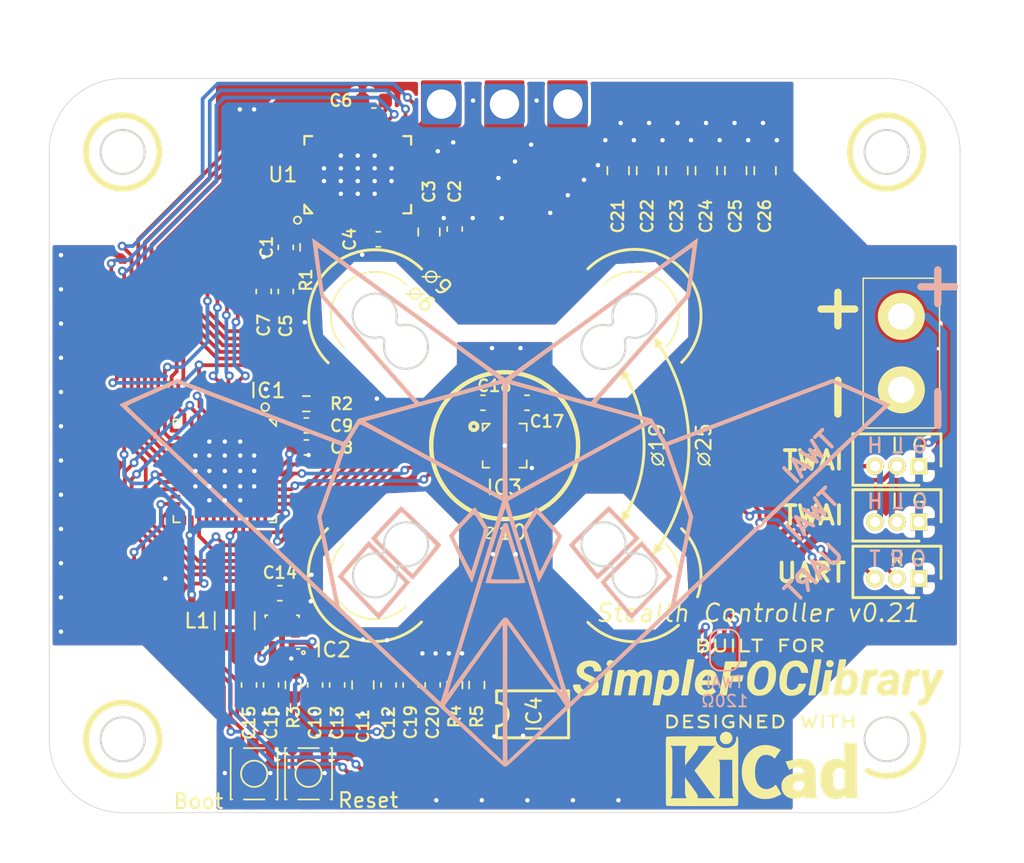
<source format=kicad_pcb>
(kicad_pcb (version 20171130) (host pcbnew "(5.1.9)-1")
  (layers (0 F.Cu signal) (31 B.Cu signal) (34 B.Paste user hide) (35 F.Paste user hide) (36 B.SilkS user) (37 F.SilkS user) (38 B.Mask user) (39 F.Mask user hide) (44 Edge.Cuts user))
  (net 0 "")
  (net 1 "Net-(IC1-Pad36)")
  (net 2 "Net-(IC1-Pad35)")
  (net 3 "Net-(IC1-Pad31)")
  (net 4 "Net-(IC1-Pad30)")
  (net 5 "Net-(IC1-Pad29)")
  (net 6 "Net-(IC1-Pad28)")
  (net 7 "Net-(IC1-Pad25)")
  (net 8 "Net-(IC1-Pad22)")
  (net 9 "Net-(IC1-Pad11)")
  (net 10 "Net-(IC1-Pad2)")
  (net 11 "Net-(IC1-Pad48)")
  (net 12 "Net-(IC1-Pad47)")
  (net 13 "Net-(IC1-Pad45)")
  (net 14 "Net-(IC1-Pad44)")
  (net 15 VM)
  (net 16 3.3v)
  (net 17 GND)
  (net 18 EN)
  (net 19 UART1)
  (net 20 UART2)
  (net 21 ENC_MISO)
  (net 22 ENC_CS)
  (net 23 ENC_CLK)
  (net 24 BOOT_SW)
  (net 25 ENC_MOSI)
  (net 26 "Net-(JP1-Pad1)")
  (net 27 FAULT)
  (net 28 DRV_CSA)
  (net 29 DRV_CSB)
  (net 30 DRV_CSC)
  (net 31 DRV_CS)
  (net 32 DRV_CLK)
  (net 33 DRV_SDI)
  (net 34 DRV_SDO)
  (net 35 INLC)
  (net 36 INHC)
  (net 37 INLB)
  (net 38 INHB)
  (net 39 INLA)
  (net 40 INHA)
  (net 41 DRV_OFF)
  (net 42 OUTC)
  (net 43 OUTB)
  (net 44 OUTA)
  (net 45 V_BUCK_OUT)
  (net 46 VREF_ILIM)
  (net 47 CAN_TX)
  (net 48 CAN_RX)
  (net 49 "Net-(C4-Pad1)")
  (net 50 "Net-(C5-Pad1)")
  (net 51 "Net-(C5-Pad2)")
  (net 52 "Net-(IC2-Pad2)")
  (net 53 "Net-(CAN1-Pad3)")
  (net 54 "Net-(CAN1-Pad2)")
  (net 55 "Net-(IC3-Pad16)")
  (net 56 "Net-(IC3-Pad15)")
  (net 57 "Net-(IC3-Pad14)")
  (net 58 "Net-(IC3-Pad11)")
  (net 59 "Net-(IC3-Pad9)")
  (net 60 "Net-(IC3-Pad6)")
  (net 61 "Net-(IC3-Pad3)")
  (net 62 "Net-(IC3-Pad2)")
  (net 63 "Net-(IC3-Pad1)")
  (net 64 "Net-(R1-Pad1)")
  (net 65 "Net-(C6-Pad2)")
  (net 66 "Net-(C13-Pad1)")
  (net 67 "Net-(C14-Pad2)")
  (net 68 "Net-(C14-Pad1)")
  (net 69 "Net-(IC4-Pad8)")
  (net 70 "Net-(IC4-Pad5)")
  (module DriverParts:SimpleFOC (layer F.Cu) (at 158.992904 108.713591)
    (fp_text reference G*** hide)
    (fp_text value LOGO hide)
    (fp_text user "BUILT FOR" (at 0 -1.55) (layer F.SilkS) (effects (font (size 0.8 1.15))))
  )
  (module DriverParts:KiCad (layer F.Cu) (at 159.317904 115.488591)
    (fp_text reference G*** hide)
    (fp_text value LOGO hide)
    (fp_text user "DESIGNED WITH" (at -0.3 -3.15) (layer F.SilkS) (effects (font (size 0.8 1.15))))
  )
  (module DriverParts:Logo (layer B.Cu) (at 141.667904 97.388591 180)
    (fp_text reference G*** hide)
    (fp_text value LOGO hide)
  )
  (module DriverParts:LMR36506 (layer F.Cu) (at 126.467904 106.213591 180)
    (fp_text reference IC2 (at -3.475 -1.2) (layer F.SilkS))
    (fp_text value LMR36506)
    (pad 5 smd roundrect (at 0.65 0.9125 180) (size 0.4 0.575) (layers F.Cu F.Paste F.Mask) (roundrect_rratio 0.125) (net 67 "Net-(C14-Pad2)"))
    (pad 4 smd roundrect (at -0.65 0.9125 180) (size 0.4 0.575) (layers F.Cu F.Paste F.Mask) (roundrect_rratio 0.125) (net 15 VM))
    (pad 8 smd roundrect (at 0.65 -0.9125) (size 0.4 0.575) (layers F.Cu F.Paste F.Mask) (roundrect_rratio 0.125) (net 16 3.3v))
    (pad 1 smd roundrect (at -0.65 -0.9125) (size 0.4 0.575) (layers F.Cu F.Paste F.Mask) (roundrect_rratio 0.125) (net 66 "Net-(C13-Pad1)"))
    (pad 9 smd roundrect (at 0 -0.55 180) (size 0.35 1.3) (layers F.Cu F.Paste F.Mask) (roundrect_rratio 0.1429971428571429) (net 17 GND))
    (pad 8 smd roundrect (at 0.825 -0.738 270) (size 0.225 0.75) (layers F.Cu F.Paste F.Mask) (roundrect_rratio 0.222) (net 16 3.3v))
    (pad 7 smd roundrect (at 0.9 -0.25 270) (size 0.25 0.6) (layers F.Cu F.Paste F.Mask) (roundrect_rratio 0.2) (net 66 "Net-(C13-Pad1)"))
    (pad 6 smd roundrect (at 0.9 0.25 270) (size 0.25 0.6) (layers F.Cu F.Paste F.Mask) (roundrect_rratio 0.2) (net 68 "Net-(C14-Pad1)"))
    (pad 5 smd roundrect (at 0.825 0.738 270) (size 0.225 0.75) (layers F.Cu F.Paste F.Mask) (roundrect_rratio 0.222) (net 67 "Net-(C14-Pad2)"))
    (pad 4 smd roundrect (at -0.825 0.738 270) (size 0.225 0.75) (layers F.Cu F.Paste F.Mask) (roundrect_rratio 0.222) (net 15 VM))
    (pad 3 smd roundrect (at -0.9 0.25 270) (size 0.25 0.6) (layers F.Cu F.Paste F.Mask) (roundrect_rratio 0.2) (net 15 VM))
    (pad 2 smd roundrect (at -0.9 -0.25 270) (size 0.25 0.6) (layers F.Cu F.Paste F.Mask) (roundrect_rratio 0.2) (net 52 "Net-(IC2-Pad2)"))
    (pad 1 smd roundrect (at -0.825 -0.738 270) (size 0.225 0.75) (layers F.Cu F.Paste F.Mask) (roundrect_rratio 0.222) (net 66 "Net-(C13-Pad1)"))
  )
  (module Capacitor_SMD:C_0603_1608Metric (layer F.Cu) (at 126.717904 80.013591 90)
    (fp_text reference C1 (at 0 -1.3 90) (layer F.SilkS) (effects (font (size 0.8 0.8))))
    (fp_text value "22uF 10v")
    (pad 2 smd roundrect (at 0.775 0 90) (size 0.9 0.95) (layers F.Cu F.Paste F.Mask) (net 17 GND))
    (pad 1 smd roundrect (at -0.775 0 90) (size 0.9 0.95) (layers F.Cu F.Paste F.Mask) (net 45 V_BUCK_OUT))
  )
  (module Resistor_SMD:R_0603_1608Metric (layer F.Cu) (at 128.217904 80.013591 90)
    (fp_text reference R1 (at -2.225 -0.125 90) (layer F.SilkS) (effects (font (size 0.8 0.8))))
    (fp_text value 22)
    (pad 2 smd roundrect (at 0.825 0 90) (size 0.8 0.95) (layers F.Cu F.Paste F.Mask) (net 45 V_BUCK_OUT))
    (pad 1 smd roundrect (at -0.825 0 90) (size 0.8 0.95) (layers F.Cu F.Paste F.Mask) (net 64 "Net-(R1-Pad1)"))
  )
  (module Inductor_SMD:L_1210_3225Metric (layer F.Cu) (at 123.242904 105.438591 270)
    (fp_text reference L1 (at 0 2.55 180) (layer F.SilkS))
    (fp_text value 15uH)
    (pad 2 smd roundrect (at 1.4 0 270) (size 1.25 2.65) (layers F.Cu F.Paste F.Mask) (roundrect_rratio 0.2) (net 16 3.3v))
    (pad 1 smd roundrect (at -1.4 0 270) (size 1.25 2.65) (layers F.Cu F.Paste F.Mask) (roundrect_rratio 0.2) (net 67 "Net-(C14-Pad2)"))
  )
  (module Capacitor_SMD:C_0603_1608Metric (layer F.Cu) (at 125.717904 109.813591 270)
    (fp_text reference C16 (at 2.55 0 90) (layer F.SilkS) (effects (font (size 0.8 0.8))))
    (fp_text value "22uF 10v")
    (pad 2 smd roundrect (at 0.775 0 270) (size 0.9 0.95) (layers F.Cu F.Paste F.Mask) (net 17 GND))
    (pad 1 smd roundrect (at -0.775 0 270) (size 0.9 0.95) (layers F.Cu F.Paste F.Mask) (net 16 3.3v))
  )
  (module Capacitor_SMD:C_0603_1608Metric (layer F.Cu) (at 124.217904 109.813591 270)
    (fp_text reference C15 (at 2.575 0 90) (layer F.SilkS) (effects (font (size 0.8 0.8))))
    (fp_text value "22uF 10v")
    (pad 2 smd roundrect (at 0.775 0 270) (size 0.9 0.95) (layers F.Cu F.Paste F.Mask) (net 17 GND))
    (pad 1 smd roundrect (at -0.775 0 270) (size 0.9 0.95) (layers F.Cu F.Paste F.Mask) (net 16 3.3v))
  )
  (module Capacitor_SMD:C_0603_1608Metric (layer F.Cu) (at 126.317904 103.563591 180)
    (fp_text reference C14 (at 0 1.4) (layer F.SilkS) (effects (font (size 0.8 0.8))))
    (fp_text value "100nF 50v")
    (pad 2 smd roundrect (at 0.775 0 180) (size 0.9 0.95) (layers F.Cu F.Paste F.Mask) (net 67 "Net-(C14-Pad2)"))
    (pad 1 smd roundrect (at -0.775 0 180) (size 0.9 0.95) (layers F.Cu F.Paste F.Mask) (net 68 "Net-(C14-Pad1)"))
  )
  (module Capacitor_SMD:C_0603_1608Metric (layer F.Cu) (at 130.217904 109.813591 270)
    (fp_text reference C13 (at 2.575 0 90) (layer F.SilkS) (effects (font (size 0.8 0.8))))
    (fp_text value "1uF 16v")
    (pad 2 smd roundrect (at 0.775 0 270) (size 0.9 0.95) (layers F.Cu F.Paste F.Mask) (net 17 GND))
    (pad 1 smd roundrect (at -0.775 0 270) (size 0.9 0.95) (layers F.Cu F.Paste F.Mask) (net 66 "Net-(C13-Pad1)"))
  )
  (module Capacitor_SMD:C_0603_1608Metric (layer F.Cu) (at 133.717904 109.813591 270)
    (fp_text reference C12 (at 2.6 0 90) (layer F.SilkS) (effects (font (size 0.8 0.8))))
    (fp_text value "100nF 50v")
    (pad 2 smd roundrect (at 0.775 0 270) (size 0.9 0.95) (layers F.Cu F.Paste F.Mask) (net 17 GND))
    (pad 1 smd roundrect (at -0.775 0 270) (size 0.9 0.95) (layers F.Cu F.Paste F.Mask) (net 15 VM))
  )
  (module Capacitor_SMD:C_0805_2012Metric (layer F.Cu) (at 131.967904 109.813591 270)
    (fp_text reference C11 (at 2.8 0 90) (layer F.SilkS) (effects (font (size 0.8 0.8))))
    (fp_text value "2.2uF 50v")
    (pad 2 smd roundrect (at 0.95 0 270) (size 1 1.45) (layers F.Cu F.Paste F.Mask) (net 17 GND))
    (pad 1 smd roundrect (at -0.95 0 270) (size 1 1.45) (layers F.Cu F.Paste F.Mask) (net 15 VM))
  )
  (module DriverParts:SHDR3W50P0X150 (layer F.Cu) (at 169.817904 102.563591)
    (fp_text reference UART1 hide)
    (fp_text value UART hide)
    (pad 3 thru_hole circle (at -3 0 90) (size 1.2 1.2) (drill 0.7) (layers *.Cu *.Mask F.SilkS) (net 19 UART1))
    (pad 2 thru_hole circle (at -1.5 0 90) (size 1.2 1.2) (drill 0.7) (layers *.Cu *.Mask F.SilkS) (net 20 UART2))
    (pad 1 thru_hole rect (at 0 0 90) (size 1.15 1.15) (drill 0.7) (layers *.Cu *.Mask F.SilkS) (net 17 GND))
  )
  (module DriverParts:DRV8316 (layer F.Cu) (at 131.617904 75.063591 90)
    (fp_text reference U1 (at 0 -5.1 180) (layer F.SilkS))
    (fp_text value DRV8316R hide)
    (pad 1 smd roundrect (at -2.4511 -2.75 180) (size 0.254 0.8636) (layers F.Cu F.Paste F.Mask) (roundrect_rratio 0.197) (net 17 GND))
    (pad 2 smd roundrect (at -2.4511 -2.250001 180) (size 0.254 0.8636) (layers F.Cu F.Paste F.Mask) (roundrect_rratio 0.197) (net 17 GND))
    (pad 3 smd roundrect (at -2.4511 -1.749999 180) (size 0.254 0.8636) (layers F.Cu F.Paste F.Mask) (roundrect_rratio 0.197) (net 45 V_BUCK_OUT))
    (pad 4 smd roundrect (at -2.4511 -1.25 180) (size 0.254 0.8636) (layers F.Cu F.Paste F.Mask) (roundrect_rratio 0.197) (net 17 GND))
    (pad 5 smd roundrect (at -2.4511 -0.750001 180) (size 0.254 0.8636) (layers F.Cu F.Paste F.Mask) (roundrect_rratio 0.197) (net 64 "Net-(R1-Pad1)"))
    (pad 6 smd roundrect (at -2.4511 -0.25 180) (size 0.254 0.8636) (layers F.Cu F.Paste F.Mask) (roundrect_rratio 0.197) (net 51 "Net-(C5-Pad2)"))
    (pad 7 smd roundrect (at -2.4511 0.25 180) (size 0.254 0.8636) (layers F.Cu F.Paste F.Mask) (roundrect_rratio 0.197) (net 50 "Net-(C5-Pad1)"))
    (pad 8 smd roundrect (at -2.4511 0.750001 180) (size 0.254 0.8636) (layers F.Cu F.Paste F.Mask) (roundrect_rratio 0.197) (net 49 "Net-(C4-Pad1)"))
    (pad 9 smd roundrect (at -2.4511 1.25 180) (size 0.254 0.8636) (layers F.Cu F.Paste F.Mask) (roundrect_rratio 0.197) (net 15 VM))
    (pad 10 smd roundrect (at -2.4511 1.749999 180) (size 0.254 0.8636) (layers F.Cu F.Paste F.Mask) (roundrect_rratio 0.197) (net 15 VM))
    (pad 11 smd roundrect (at -2.4511 2.250001 180) (size 0.254 0.8636) (layers F.Cu F.Paste F.Mask) (roundrect_rratio 0.197) (net 15 VM))
    (pad 12 smd roundrect (at -2.4511 2.75 180) (size 0.254 0.8636) (layers F.Cu F.Paste F.Mask) (roundrect_rratio 0.197) (net 17 GND))
    (pad 13 smd roundrect (at -1.749999 3.4544 90) (size 0.254 0.8636) (layers F.Cu F.Paste F.Mask) (roundrect_rratio 0.197) (net 44 OUTA))
    (pad 14 smd roundrect (at -1.25 3.4544 90) (size 0.254 0.8636) (layers F.Cu F.Paste F.Mask) (roundrect_rratio 0.197) (net 44 OUTA))
    (pad 15 smd roundrect (at -0.750001 3.4544 90) (size 0.254 0.8636) (layers F.Cu F.Paste F.Mask) (roundrect_rratio 0.197) (net 17 GND))
    (pad 16 smd roundrect (at -0.25 3.4544 90) (size 0.254 0.8636) (layers F.Cu F.Paste F.Mask) (roundrect_rratio 0.197) (net 43 OUTB))
    (pad 17 smd roundrect (at 0.25 3.4544 90) (size 0.254 0.8636) (layers F.Cu F.Paste F.Mask) (roundrect_rratio 0.197) (net 43 OUTB))
    (pad 18 smd roundrect (at 0.750001 3.4544 90) (size 0.254 0.8636) (layers F.Cu F.Paste F.Mask) (roundrect_rratio 0.197) (net 17 GND))
    (pad 19 smd roundrect (at 1.25 3.4544 90) (size 0.254 0.8636) (layers F.Cu F.Paste F.Mask) (roundrect_rratio 0.197) (net 42 OUTC))
    (pad 20 smd roundrect (at 1.749999 3.4544 90) (size 0.254 0.8636) (layers F.Cu F.Paste F.Mask) (roundrect_rratio 0.197) (net 42 OUTC))
    (pad 21 smd roundrect (at 2.4511 2.75 180) (size 0.254 0.8636) (layers F.Cu F.Paste F.Mask) (roundrect_rratio 0.197) (net 41 DRV_OFF))
    (pad 22 smd roundrect (at 2.4511 2.250001 180) (size 0.254 0.8636) (layers F.Cu F.Paste F.Mask) (roundrect_rratio 0.197) (net 27 FAULT))
    (pad 23 smd roundrect (at 2.4511 1.749999 180) (size 0.254 0.8636) (layers F.Cu F.Paste F.Mask) (roundrect_rratio 0.197) (net 16 3.3v))
    (pad 24 smd roundrect (at 2.4511 1.25 180) (size 0.254 0.8636) (layers F.Cu F.Paste F.Mask) (roundrect_rratio 0.197) (net 17 GND))
    (pad 25 smd roundrect (at 2.4511 0.750001 180) (size 0.254 0.8636) (layers F.Cu F.Paste F.Mask) (roundrect_rratio 0.197) (net 65 "Net-(C6-Pad2)"))
    (pad 26 smd roundrect (at 2.4511 0.25 180) (size 0.254 0.8636) (layers F.Cu F.Paste F.Mask) (roundrect_rratio 0.197) (net 17 GND))
    (pad 27 smd roundrect (at 2.4511 -0.25 180) (size 0.254 0.8636) (layers F.Cu F.Paste F.Mask) (roundrect_rratio 0.197) (net 40 INHA))
    (pad 28 smd roundrect (at 2.4511 -0.750001 180) (size 0.254 0.8636) (layers F.Cu F.Paste F.Mask) (roundrect_rratio 0.197) (net 39 INLA))
    (pad 29 smd roundrect (at 2.4511 -1.25 180) (size 0.254 0.8636) (layers F.Cu F.Paste F.Mask) (roundrect_rratio 0.197) (net 38 INHB))
    (pad 30 smd roundrect (at 2.4511 -1.749999 180) (size 0.254 0.8636) (layers F.Cu F.Paste F.Mask) (roundrect_rratio 0.197) (net 37 INLB))
    (pad 31 smd roundrect (at 2.4511 -2.250001 180) (size 0.254 0.8636) (layers F.Cu F.Paste F.Mask) (roundrect_rratio 0.197) (net 36 INHC))
    (pad 32 smd roundrect (at 2.4511 -2.75 180) (size 0.254 0.8636) (layers F.Cu F.Paste F.Mask) (roundrect_rratio 0.197) (net 35 INLC))
    (pad 33 smd roundrect (at 1.749999 -3.4544 90) (size 0.254 0.8636) (layers F.Cu F.Paste F.Mask) (roundrect_rratio 0.197) (net 34 DRV_SDO))
    (pad 34 smd roundrect (at 1.25 -3.4544 90) (size 0.254 0.8636) (layers F.Cu F.Paste F.Mask) (roundrect_rratio 0.197) (net 33 DRV_SDI))
    (pad 35 smd roundrect (at 0.750001 -3.4544 90) (size 0.254 0.8636) (layers F.Cu F.Paste F.Mask) (roundrect_rratio 0.197) (net 32 DRV_CLK))
    (pad 36 smd roundrect (at 0.25 -3.4544 90) (size 0.254 0.8636) (layers F.Cu F.Paste F.Mask) (roundrect_rratio 0.197) (net 31 DRV_CS))
    (pad 37 smd roundrect (at -0.25 -3.4544 90) (size 0.254 0.8636) (layers F.Cu F.Paste F.Mask) (roundrect_rratio 0.197) (net 46 VREF_ILIM))
    (pad 38 smd roundrect (at -0.750001 -3.4544 90) (size 0.254 0.8636) (layers F.Cu F.Paste F.Mask) (roundrect_rratio 0.197) (net 30 DRV_CSC))
    (pad 39 smd roundrect (at -1.25 -3.4544 90) (size 0.254 0.8636) (layers F.Cu F.Paste F.Mask) (roundrect_rratio 0.197) (net 29 DRV_CSB))
    (pad 40 smd roundrect (at -1.749999 -3.4544 90) (size 0.254 0.8636) (layers F.Cu F.Paste F.Mask) (roundrect_rratio 0.197) (net 28 DRV_CSA))
    (pad 41 smd rect (at 0 0 90) (size 3.0988 5.1054) (layers F.Cu F.Mask) (net 17 GND))
    (pad 41 thru_hole circle (at 0.433332 -2.3 90) (size 0.5 0.5) (drill 0.3) (layers *.Cu) (net 17 GND))
    (pad 41 thru_hole circle (at -0.433334 -2.3 90) (size 0.5 0.5) (drill 0.3) (layers *.Cu) (net 17 GND))
    (pad 41 thru_hole circle (at -0.433334 2.3 90) (size 0.5 0.5) (drill 0.3) (layers *.Cu) (net 17 GND))
    (pad 41 thru_hole circle (at 0.433332 2.3 90) (size 0.5 0.5) (drill 0.3) (layers *.Cu) (net 17 GND))
    (pad 41 thru_hole circle (at -0.433334 1.15 90) (size 0.5 0.5) (drill 0.3) (layers *.Cu) (net 17 GND))
    (pad 41 thru_hole circle (at 0.433332 1.15 90) (size 0.5 0.5) (drill 0.3) (layers *.Cu) (net 17 GND))
    (pad 41 thru_hole circle (at 1.3 1.15 90) (size 0.5 0.5) (drill 0.3) (layers *.Cu) (net 17 GND))
    (pad 41 thru_hole circle (at -1.3 1.15 90) (size 0.5 0.5) (drill 0.3) (layers *.Cu) (net 17 GND))
    (pad 41 thru_hole circle (at -0.433334 0 90) (size 0.5 0.5) (drill 0.3) (layers *.Cu) (net 17 GND))
    (pad 41 thru_hole circle (at 0.433332 0 90) (size 0.5 0.5) (drill 0.3) (layers *.Cu) (net 17 GND))
    (pad 41 thru_hole circle (at 1.3 0 90) (size 0.5 0.5) (drill 0.3) (layers *.Cu) (net 17 GND))
    (pad 41 thru_hole circle (at -1.3 0 90) (size 0.5 0.5) (drill 0.3) (layers *.Cu) (net 17 GND))
    (pad 41 thru_hole circle (at -0.433334 -1.15 90) (size 0.5 0.5) (drill 0.3) (layers *.Cu) (net 17 GND))
    (pad 41 thru_hole circle (at 0.433332 -1.15 90) (size 0.5 0.5) (drill 0.3) (layers *.Cu) (net 17 GND))
    (pad 41 thru_hole circle (at 1.3 -1.15 90) (size 0.5 0.5) (drill 0.3) (layers *.Cu) (net 17 GND))
    (pad 41 thru_hole circle (at -1.3 -1.15 90) (size 0.5 0.5) (drill 0.3) (layers *.Cu) (net 17 GND))
  )
  (module DriverParts:XKB_Connectivity_TS-1177-B-B-B (layer F.Cu) (at 128.267904 115.863591 270)
    (fp_text reference Reset1 hide)
    (fp_text value SW_Push_Dual hide)
    (pad 4 smd roundrect (at 1.775 1.1 270) (size 0.95 0.6) (layers F.Cu F.Paste F.Mask) (net 18 EN))
    (pad 3 smd roundrect (at -1.775 1.1 270) (size 0.95 0.6) (layers F.Cu F.Paste F.Mask) (net 18 EN))
    (pad 2 smd roundrect (at 1.775 -1.1 270) (size 0.95 0.6) (layers F.Cu F.Paste F.Mask) (net 17 GND))
    (pad 1 smd roundrect (at -1.775 -1.1 270) (size 0.95 0.6) (layers F.Cu F.Paste F.Mask) (net 17 GND))
  )
  (module DriverParts:XT30PB (layer F.Cu) (at 168.617904 84.713591)
    (fp_text reference J1 hide)
    (fp_text value XT30PB hide)
    (pad 2 thru_hole circle (at 0 5 90) (size 3.2 3.2) (drill 1.8) (layers *.Cu *.Mask F.SilkS) (net 17 GND))
    (pad 1 thru_hole circle (at 0 0 90) (size 3.2 3.2) (drill 1.8) (layers *.Cu *.Mask F.SilkS) (net 15 VM))
  )
  (module DriverParts:SN65HVD230QDR (layer F.Cu) (at 143.517904 111.813591 90)
    (fp_text reference IC4 (at 0 0.1 90) (layer F.SilkS))
    (fp_text value SN65HVD230QDRG4 hide)
    (pad 8 smd roundrect (at 2.712 -1.905 180) (size 0.65 1.525) (layers F.Cu F.Paste F.Mask) (net 69 "Net-(IC4-Pad8)"))
    (pad 7 smd roundrect (at 2.712 -0.635 180) (size 0.65 1.525) (layers F.Cu F.Paste F.Mask) (net 53 "Net-(CAN1-Pad3)"))
    (pad 6 smd roundrect (at 2.712 0.635 180) (size 0.65 1.525) (layers F.Cu F.Paste F.Mask) (net 54 "Net-(CAN1-Pad2)"))
    (pad 5 smd roundrect (at 2.712 1.905 180) (size 0.65 1.525) (layers F.Cu F.Paste F.Mask) (net 70 "Net-(IC4-Pad5)"))
    (pad 4 smd roundrect (at -2.712 1.905 180) (size 0.65 1.525) (layers F.Cu F.Paste F.Mask) (net 48 CAN_RX))
    (pad 3 smd roundrect (at -2.712 0.635 180) (size 0.65 1.525) (layers F.Cu F.Paste F.Mask) (net 16 3.3v))
    (pad 2 smd roundrect (at -2.712 -0.635 180) (size 0.65 1.525) (layers F.Cu F.Paste F.Mask) (net 17 GND))
    (pad 1 smd roundrect (at -2.712 -1.905 180) (size 0.65 1.525) (layers F.Cu F.Paste F.Mask) (net 47 CAN_TX))
  )
  (module DriverParts:MA702 (layer F.Cu) (at 141.617904 93.513591)
    (fp_text reference IC3 (at -0.025 2.85) (layer F.SilkS))
    (fp_text value MA702GQ-P hide)
    (pad 17 thru_hole circle (at 0 0) (size 0.4 0.4) (drill 0.3) (layers *.Cu F.Mask) (net 17 GND))
    (pad 17 smd rect (at 0 0) (size 1.7 1.7) (layers F.Cu F.Paste F.Mask) (net 17 GND))
    (pad 16 smd roundrect (at -0.75 -1.45) (size 0.25 0.7) (layers F.Cu F.Paste F.Mask) (net 55 "Net-(IC3-Pad16)"))
    (pad 15 smd roundrect (at -0.25 -1.45) (size 0.25 0.7) (layers F.Cu F.Paste F.Mask) (net 56 "Net-(IC3-Pad15)"))
    (pad 14 smd roundrect (at 0.25 -1.45) (size 0.25 0.7) (layers F.Cu F.Paste F.Mask) (net 57 "Net-(IC3-Pad14)"))
    (pad 13 smd roundrect (at 0.75 -1.45) (size 0.25 0.7) (layers F.Cu F.Paste F.Mask) (net 16 3.3v))
    (pad 12 smd roundrect (at 1.45 -0.75 90) (size 0.25 0.7) (layers F.Cu F.Paste F.Mask) (net 23 ENC_CLK))
    (pad 11 smd roundrect (at 1.45 -0.25 90) (size 0.25 0.7) (layers F.Cu F.Paste F.Mask) (net 58 "Net-(IC3-Pad11)"))
    (pad 10 smd roundrect (at 1.45 0.25 90) (size 0.25 0.7) (layers F.Cu F.Paste F.Mask) (net 17 GND))
    (pad 9 smd roundrect (at 1.45 0.75 90) (size 0.25 0.7) (layers F.Cu F.Paste F.Mask) (net 59 "Net-(IC3-Pad9)"))
    (pad 8 smd roundrect (at 0.75 1.45) (size 0.25 0.7) (layers F.Cu F.Paste F.Mask) (net 17 GND))
    (pad 7 smd roundrect (at 0.25 1.45) (size 0.25 0.7) (layers F.Cu F.Paste F.Mask) (net 21 ENC_MISO))
    (pad 6 smd roundrect (at -0.25 1.45) (size 0.25 0.7) (layers F.Cu F.Paste F.Mask) (net 60 "Net-(IC3-Pad6)"))
    (pad 5 smd roundrect (at -0.75 1.45) (size 0.25 0.7) (layers F.Cu F.Paste F.Mask) (net 22 ENC_CS))
    (pad 4 smd roundrect (at -1.45 0.75 90) (size 0.25 0.7) (layers F.Cu F.Paste F.Mask) (net 25 ENC_MOSI))
    (pad 3 smd roundrect (at -1.45 0.25 90) (size 0.25 0.7) (layers F.Cu F.Paste F.Mask) (net 61 "Net-(IC3-Pad3)"))
    (pad 2 smd roundrect (at -1.45 -0.25 90) (size 0.25 0.7) (layers F.Cu F.Paste F.Mask) (net 62 "Net-(IC3-Pad2)"))
    (pad 1 smd roundrect (at -1.45 -0.75 90) (size 0.25 0.7) (layers F.Cu F.Paste F.Mask) (net 63 "Net-(IC3-Pad1)"))
  )
  (module DriverParts:ESP32PICOV3 (layer F.Cu) (at 122.567904 95.238591 270)
    (fp_text reference IC1 (at -5.475 -2.925 180) (layer F.SilkS))
    (fp_text value ESP32-PICO-V3 hide)
    (pad 49 thru_hole circle (at 2 -1.05 270) (size 0.5 0.5) (drill 0.3) (layers *.Cu) (net 17 GND))
    (pad 49 thru_hole circle (at -2 -1.05 270) (size 0.5 0.5) (drill 0.3) (layers *.Cu) (net 17 GND))
    (pad 49 thru_hole circle (at -1.05 -2 270) (size 0.5 0.5) (drill 0.3) (layers *.Cu) (net 17 GND))
    (pad 49 thru_hole circle (at 1.05 -2 270) (size 0.5 0.5) (drill 0.3) (layers *.Cu) (net 17 GND))
    (pad 49 thru_hole circle (at 1.05 2 270) (size 0.5 0.5) (drill 0.3) (layers *.Cu) (net 17 GND))
    (pad 49 thru_hole circle (at -1.05 2 270) (size 0.5 0.5) (drill 0.3) (layers *.Cu) (net 17 GND))
    (pad 49 thru_hole circle (at 2 1.05 270) (size 0.5 0.5) (drill 0.3) (layers *.Cu) (net 17 GND))
    (pad 49 thru_hole circle (at -2 1.05 270) (size 0.5 0.5) (drill 0.3) (layers *.Cu) (net 17 GND))
    (pad 49 thru_hole circle (at -1.05 1.05 270) (size 0.5 0.5) (drill 0.3) (layers *.Cu) (net 17 GND))
    (pad 49 thru_hole circle (at 1.05 -1.05 270) (size 0.5 0.5) (drill 0.3) (layers *.Cu) (net 17 GND))
    (pad 49 thru_hole circle (at 1.05 1.05 270) (size 0.5 0.5) (drill 0.3) (layers *.Cu) (net 17 GND))
    (pad 49 thru_hole circle (at 0 2 270) (size 0.5 0.5) (drill 0.3) (layers *.Cu) (net 17 GND))
    (pad 49 thru_hole circle (at 0 1.05 270) (size 0.5 0.5) (drill 0.3) (layers *.Cu) (net 17 GND))
    (pad 49 thru_hole circle (at -1.05 -1.05 270) (size 0.5 0.5) (drill 0.3) (layers *.Cu) (net 17 GND))
    (pad 49 thru_hole circle (at 0 -2 270) (size 0.5 0.5) (drill 0.3) (layers *.Cu) (net 17 GND))
    (pad 49 thru_hole circle (at 0 -1.05 270) (size 0.5 0.5) (drill 0.3) (layers *.Cu) (net 17 GND))
    (pad 49 thru_hole circle (at 2 0 270) (size 0.5 0.5) (drill 0.3) (layers *.Cu) (net 17 GND))
    (pad 49 thru_hole circle (at 1.05 0 270) (size 0.5 0.5) (drill 0.3) (layers *.Cu) (net 17 GND))
    (pad 49 thru_hole circle (at -2 0 270) (size 0.5 0.5) (drill 0.3) (layers *.Cu) (net 17 GND))
    (pad 49 thru_hole circle (at -1.05 0 270) (size 0.5 0.5) (drill 0.3) (layers *.Cu) (net 17 GND))
    (pad 49 thru_hole circle (at 0 0 270) (size 0.5 0.5) (drill 0.3) (layers *.Cu) (net 17 GND))
    (pad 49 smd rect (at 0 0 270) (size 4.5 4.5) (layers F.Cu F.Mask) (net 17 GND))
    (pad 48 smd roundrect (at -2.75 -3.365 270) (size 0.25 0.68) (layers F.Cu F.Paste F.Mask) (roundrect_rratio 0.2) (net 11 "Net-(IC1-Pad48)"))
    (pad 47 smd roundrect (at -2.25 -3.365 270) (size 0.25 0.68) (layers F.Cu F.Paste F.Mask) (roundrect_rratio 0.2) (net 12 "Net-(IC1-Pad47)"))
    (pad 46 smd roundrect (at -1.75 -3.365 270) (size 0.25 0.68) (layers F.Cu F.Paste F.Mask) (roundrect_rratio 0.2) (net 16 3.3v))
    (pad 45 smd roundrect (at -1.25 -3.365 270) (size 0.25 0.68) (layers F.Cu F.Paste F.Mask) (roundrect_rratio 0.2) (net 13 "Net-(IC1-Pad45)"))
    (pad 44 smd roundrect (at -0.75 -3.365 270) (size 0.25 0.68) (layers F.Cu F.Paste F.Mask) (roundrect_rratio 0.2) (net 14 "Net-(IC1-Pad44)"))
    (pad 43 smd roundrect (at -0.25 -3.365 270) (size 0.25 0.68) (layers F.Cu F.Paste F.Mask) (roundrect_rratio 0.2) (net 16 3.3v))
    (pad 42 smd roundrect (at 0.25 -3.365 270) (size 0.25 0.68) (layers F.Cu F.Paste F.Mask) (roundrect_rratio 0.2) (net 34 DRV_SDO))
    (pad 41 smd roundrect (at 0.75 -3.365 270) (size 0.25 0.68) (layers F.Cu F.Paste F.Mask) (roundrect_rratio 0.2) (net 19 UART1))
    (pad 40 smd roundrect (at 1.25 -3.365 270) (size 0.25 0.68) (layers F.Cu F.Paste F.Mask) (roundrect_rratio 0.2) (net 20 UART2))
    (pad 39 smd roundrect (at 1.75 -3.365 270) (size 0.25 0.68) (layers F.Cu F.Paste F.Mask) (roundrect_rratio 0.2) (net 33 DRV_SDI))
    (pad 38 smd roundrect (at 2.25 -3.365 270) (size 0.25 0.68) (layers F.Cu F.Paste F.Mask) (roundrect_rratio 0.2) (net 32 DRV_CLK))
    (pad 37 smd roundrect (at 2.75 -3.365 270) (size 0.25 0.68) (layers F.Cu F.Paste F.Mask) (roundrect_rratio 0.2) (net 16 3.3v))
    (pad 36 smd roundrect (at 3.365 -2.75) (size 0.25 0.68) (layers F.Cu F.Paste F.Mask) (roundrect_rratio 0.2) (net 1 "Net-(IC1-Pad36)"))
    (pad 35 smd roundrect (at 3.365 -2.25) (size 0.25 0.68) (layers F.Cu F.Paste F.Mask) (roundrect_rratio 0.2) (net 2 "Net-(IC1-Pad35)"))
    (pad 34 smd roundrect (at 3.365 -1.75) (size 0.25 0.68) (layers F.Cu F.Paste F.Mask) (roundrect_rratio 0.2) (net 31 DRV_CS))
    (pad 33 smd roundrect (at 3.365 -1.25) (size 0.25 0.68) (layers F.Cu F.Paste F.Mask) (roundrect_rratio 0.2) (net 41 DRV_OFF))
    (pad 32 smd roundrect (at 3.365 -0.75) (size 0.25 0.68) (layers F.Cu F.Paste F.Mask) (roundrect_rratio 0.2) (net 47 CAN_TX))
    (pad 31 smd roundrect (at 3.365 -0.25) (size 0.25 0.68) (layers F.Cu F.Paste F.Mask) (roundrect_rratio 0.2) (net 3 "Net-(IC1-Pad31)"))
    (pad 30 smd roundrect (at 3.365 0.25) (size 0.25 0.68) (layers F.Cu F.Paste F.Mask) (roundrect_rratio 0.2) (net 4 "Net-(IC1-Pad30)"))
    (pad 29 smd roundrect (at 3.365 0.75) (size 0.25 0.68) (layers F.Cu F.Paste F.Mask) (roundrect_rratio 0.2) (net 5 "Net-(IC1-Pad29)"))
    (pad 28 smd roundrect (at 3.365 1.25) (size 0.25 0.68) (layers F.Cu F.Paste F.Mask) (roundrect_rratio 0.2) (net 6 "Net-(IC1-Pad28)"))
    (pad 27 smd roundrect (at 3.365 1.75) (size 0.25 0.68) (layers F.Cu F.Paste F.Mask) (roundrect_rratio 0.2) (net 25 ENC_MOSI))
    (pad 26 smd roundrect (at 3.365 2.25) (size 0.25 0.68) (layers F.Cu F.Paste F.Mask) (roundrect_rratio 0.2) (net 16 3.3v))
    (pad 25 smd roundrect (at 3.365 2.75) (size 0.25 0.68) (layers F.Cu F.Paste F.Mask) (roundrect_rratio 0.2) (net 7 "Net-(IC1-Pad25)"))
    (pad 24 smd roundrect (at 2.75 3.365 270) (size 0.25 0.68) (layers F.Cu F.Paste F.Mask) (roundrect_rratio 0.2) (net 22 ENC_CS))
    (pad 23 smd roundrect (at 2.25 3.365 270) (size 0.25 0.68) (layers F.Cu F.Paste F.Mask) (roundrect_rratio 0.2) (net 24 BOOT_SW))
    (pad 22 smd roundrect (at 1.75 3.365 270) (size 0.25 0.68) (layers F.Cu F.Paste F.Mask) (roundrect_rratio 0.2) (net 8 "Net-(IC1-Pad22)"))
    (pad 21 smd roundrect (at 1.25 3.365 270) (size 0.25 0.68) (layers F.Cu F.Paste F.Mask) (roundrect_rratio 0.2) (net 21 ENC_MISO))
    (pad 20 smd roundrect (at 0.75 3.365 270) (size 0.25 0.68) (layers F.Cu F.Paste F.Mask) (roundrect_rratio 0.2) (net 23 ENC_CLK))
    (pad 19 smd roundrect (at 0.25 3.365 270) (size 0.25 0.68) (layers F.Cu F.Paste F.Mask) (roundrect_rratio 0.2) (net 16 3.3v))
    (pad 18 smd roundrect (at -0.25 3.365 270) (size 0.25 0.68) (layers F.Cu F.Paste F.Mask) (roundrect_rratio 0.2) (net 40 INHA))
    (pad 17 smd roundrect (at -0.75 3.365 270) (size 0.25 0.68) (layers F.Cu F.Paste F.Mask) (roundrect_rratio 0.2) (net 39 INLA))
    (pad 16 smd roundrect (at -1.25 3.365 270) (size 0.25 0.68) (layers F.Cu F.Paste F.Mask) (roundrect_rratio 0.2) (net 38 INHB))
    (pad 15 smd roundrect (at -1.75 3.365 270) (size 0.25 0.68) (layers F.Cu F.Paste F.Mask) (roundrect_rratio 0.2) (net 37 INLB))
    (pad 14 smd roundrect (at -2.25 3.365 270) (size 0.25 0.68) (layers F.Cu F.Paste F.Mask) (roundrect_rratio 0.2) (net 46 VREF_ILIM))
    (pad 13 smd roundrect (at -2.75 3.365 270) (size 0.25 0.68) (layers F.Cu F.Paste F.Mask) (roundrect_rratio 0.2) (net 36 INHC))
    (pad 12 smd roundrect (at -3.365 2.75) (size 0.25 0.68) (layers F.Cu F.Paste F.Mask) (roundrect_rratio 0.2) (net 35 INLC))
    (pad 11 smd roundrect (at -3.365 2.25) (size 0.25 0.68) (layers F.Cu F.Paste F.Mask) (roundrect_rratio 0.2) (net 9 "Net-(IC1-Pad11)"))
    (pad 10 smd roundrect (at -3.365 1.75) (size 0.25 0.68) (layers F.Cu F.Paste F.Mask) (roundrect_rratio 0.2) (net 48 CAN_RX))
    (pad 9 smd roundrect (at -3.365 1.25) (size 0.25 0.68) (layers F.Cu F.Paste F.Mask) (roundrect_rratio 0.2) (net 18 EN))
    (pad 8 smd roundrect (at -3.365 0.75) (size 0.25 0.68) (layers F.Cu F.Paste F.Mask) (roundrect_rratio 0.2) (net 27 FAULT))
    (pad 7 smd roundrect (at -3.365 0.25) (size 0.25 0.68) (layers F.Cu F.Paste F.Mask) (roundrect_rratio 0.2) (net 30 DRV_CSC))
    (pad 6 smd roundrect (at -3.365 -0.25) (size 0.25 0.68) (layers F.Cu F.Paste F.Mask) (roundrect_rratio 0.2) (net 29 DRV_CSB))
    (pad 5 smd roundrect (at -3.365 -0.75) (size 0.25 0.68) (layers F.Cu F.Paste F.Mask) (roundrect_rratio 0.2) (net 28 DRV_CSA))
    (pad 4 smd roundrect (at -3.365 -1.25) (size 0.25 0.68) (layers F.Cu F.Paste F.Mask) (roundrect_rratio 0.2) (net 16 3.3v))
    (pad 3 smd roundrect (at -3.365 -1.75) (size 0.25 0.68) (layers F.Cu F.Paste F.Mask) (roundrect_rratio 0.2) (net 16 3.3v))
    (pad 2 smd roundrect (at -3.365 -2.25) (size 0.25 0.68) (layers F.Cu F.Paste F.Mask) (roundrect_rratio 0.2) (net 10 "Net-(IC1-Pad2)"))
    (pad 1 smd roundrect (at -3.365 -2.75) (size 0.25 0.68) (layers F.Cu F.Paste F.Mask) (roundrect_rratio 0.2) (net 16 3.3v))
  )
  (module DriverParts:SHDR3W50P0X150 (layer F.Cu) (at 169.817904 94.913591)
    (fp_text reference CAN2 hide)
    (fp_text value CAN hide)
    (pad 3 thru_hole circle (at -3 0 90) (size 1.2 1.2) (drill 0.7) (layers *.Cu *.Mask F.SilkS) (net 53 "Net-(CAN1-Pad3)"))
    (pad 2 thru_hole circle (at -1.5 0 90) (size 1.2 1.2) (drill 0.7) (layers *.Cu *.Mask F.SilkS) (net 54 "Net-(CAN1-Pad2)"))
    (pad 1 thru_hole rect (at 0 0 90) (size 1.15 1.15) (drill 0.7) (layers *.Cu *.Mask F.SilkS) (net 17 GND))
  )
  (module DriverParts:SHDR3W50P0X150 (layer F.Cu) (at 169.817904 98.713591)
    (fp_text reference CAN1 hide)
    (fp_text value CAN hide)
    (pad 3 thru_hole circle (at -3 0 90) (size 1.2 1.2) (drill 0.7) (layers *.Cu *.Mask F.SilkS) (net 53 "Net-(CAN1-Pad3)"))
    (pad 2 thru_hole circle (at -1.5 0 90) (size 1.2 1.2) (drill 0.7) (layers *.Cu *.Mask F.SilkS) (net 54 "Net-(CAN1-Pad2)"))
    (pad 1 thru_hole rect (at 0 0 90) (size 1.15 1.15) (drill 0.7) (layers *.Cu *.Mask F.SilkS) (net 17 GND))
  )
  (module DriverParts:XKB_Connectivity_TS-1177-B-B-B (layer F.Cu) (at 124.567904 115.863591 270)
    (fp_text reference Boot1 hide)
    (fp_text value SW_Push_Dual hide)
    (pad 4 smd roundrect (at 1.775 1.1 270) (size 0.95 0.6) (layers F.Cu F.Paste F.Mask) (net 24 BOOT_SW))
    (pad 3 smd roundrect (at -1.775 1.1 270) (size 0.95 0.6) (layers F.Cu F.Paste F.Mask) (net 24 BOOT_SW))
    (pad 2 smd roundrect (at 1.775 -1.1 270) (size 0.95 0.6) (layers F.Cu F.Paste F.Mask) (net 17 GND))
    (pad 1 smd roundrect (at -1.775 -1.1 270) (size 0.95 0.6) (layers F.Cu F.Paste F.Mask) (net 17 GND))
  )
  (module footprints:Motor_Wire_Solder_Pad (layer F.Cu) (at 137.317904 70.255145)
    (fp_text reference OUT_C1 hide)
    (fp_text value MountingHole_Pad)
    (pad 1 thru_hole roundrect (at 0 0) (size 2.75 2.75) (drill 2) (layers *.Cu *.Mask) (roundrect_rratio 0.06) (net 42 OUTC))
  )
  (module footprints:Motor_Wire_Solder_Pad (layer F.Cu) (at 141.605503 70.255144)
    (fp_text reference OUT_B1 hide)
    (fp_text value MountingHole_Pad)
    (pad 1 thru_hole roundrect (at 0 0) (size 2.75 2.75) (drill 2) (layers *.Cu *.Mask) (roundrect_rratio 0.06) (net 43 OUTB))
  )
  (module footprints:Motor_Wire_Solder_Pad (layer F.Cu) (at 145.917904 70.255145)
    (fp_text reference OUT_A1 hide)
    (fp_text value MountingHole_Pad)
    (pad 1 thru_hole roundrect (at 0 0) (size 2.75 2.75) (drill 2) (layers *.Cu *.Mask) (roundrect_rratio 0.06) (net 44 OUTA))
  )
  (module Capacitor_SMD:C_0603_1608Metric (layer F.Cu) (at 135.217904 109.813591 90)
    (fp_text reference C19 (at -2.54 0 90) (layer F.SilkS) (effects (font (size 0.8 0.8))))
    (fp_text value "100nF 50v")
    (pad 2 smd roundrect (at 0.775 0 90) (size 0.9 0.95) (layers F.Cu F.Paste F.Mask) (net 17 GND))
    (pad 1 smd roundrect (at -0.775 0 90) (size 0.9 0.95) (layers F.Cu F.Paste F.Mask) (net 16 3.3v))
  )
  (module Capacitor_SMD:C_0603_1608Metric (layer F.Cu) (at 128.117904 93.638591)
    (fp_text reference C8 (at 2.4 0) (layer F.SilkS) (effects (font (size 0.8 0.8))))
    (fp_text value "100nF 50v")
    (pad 2 smd roundrect (at 0.775 0) (size 0.9 0.95) (layers F.Cu F.Paste F.Mask) (net 17 GND))
    (pad 1 smd roundrect (at -0.775 0) (size 0.9 0.95) (layers F.Cu F.Paste F.Mask) (net 16 3.3v))
  )
  (module Capacitor_SMD:C_0603_1608Metric (layer F.Cu) (at 128.717904 109.813591 270)
    (fp_text reference C10 (at 2.575 0 270) (layer F.SilkS) (effects (font (size 0.8 0.8))))
    (fp_text value "1uF 16v")
    (pad 2 smd roundrect (at 0.775 0 270) (size 0.9 0.95) (layers F.Cu F.Paste F.Mask) (net 17 GND))
    (pad 1 smd roundrect (at -0.775 0 270) (size 0.9 0.95) (layers F.Cu F.Paste F.Mask) (net 18 EN))
  )
  (module Capacitor_SMD:C_0603_1608Metric (layer F.Cu) (at 143.138033 90.595656)
    (fp_text reference C17 (at 1.354871 1.267935 180) (layer F.SilkS) (effects (font (size 0.8 0.8))))
    (fp_text value "100nF 50v")
    (pad 2 smd roundrect (at 0.775 0) (size 0.9 0.95) (layers F.Cu F.Paste F.Mask) (net 17 GND))
    (pad 1 smd roundrect (at -0.775 0) (size 0.9 0.95) (layers F.Cu F.Paste F.Mask) (net 16 3.3v))
  )
  (module Jumper:SolderJumper-2_P1.3mm_Open_RoundedPad1.0x1.5mm (layer B.Cu) (at 156.592904 107.438591 90)
    (fp_text reference JP1 hide)
    (fp_text value SolderJumper_2_Open)
    (pad 2 smd custom (at 0.65 0 90) (size 1 0.5) (layers B.Cu B.Mask) (net 54 "Net-(CAN1-Pad2)") (options (clearance outline) (anchor rect)) (primitives (gr_circle (center 0 -0.25) (end 0.5 -0.25) (width 0)) (gr_circle (center 0 0.25) (end 0.5 0.25) (width 0)) (gr_poly (pts (xy 0 0.75) (xy -0.5 0.75) (xy -0.5 -0.75) (xy 0 -0.75)) (width 0))))
    (pad 1 smd custom (at -0.65 0 90) (size 1 0.5) (layers B.Cu B.Mask) (net 26 "Net-(JP1-Pad1)") (options (clearance outline) (anchor rect)) (primitives (gr_circle (center 0 -0.25) (end 0.5 -0.25) (width 0)) (gr_circle (center 0 0.25) (end 0.5 0.25) (width 0)) (gr_poly (pts (xy 0 0.75) (xy 0.5 0.75) (xy 0.5 -0.75) (xy 0 -0.75)) (width 0))))
  )
  (module Resistor_SMD:R_0603_1608Metric (layer F.Cu) (at 138.217904 109.813591 90)
    (fp_text reference R4 (at -2.15 0 90) (layer F.SilkS) (effects (font (size 0.8 0.8))))
    (fp_text value 10K)
    (pad 2 smd roundrect (at 0.825 0 90) (size 0.8 0.95) (layers F.Cu F.Paste F.Mask) (net 17 GND))
    (pad 1 smd roundrect (at -0.825 0 90) (size 0.8 0.95) (layers F.Cu F.Paste F.Mask) (net 69 "Net-(IC4-Pad8)"))
  )
  (module Resistor_SMD:R_0603_1608Metric (layer F.Cu) (at 139.717904 109.813591 90)
    (fp_text reference R5 (at -2.15 0 90) (layer F.SilkS) (effects (font (size 0.8 0.8))))
    (fp_text value 120)
    (pad 2 smd roundrect (at 0.825 0 90) (size 0.8 0.95) (layers F.Cu F.Paste F.Mask) (net 26 "Net-(JP1-Pad1)"))
    (pad 1 smd roundrect (at -0.825 0 90) (size 0.8 0.95) (layers F.Cu F.Paste F.Mask) (net 53 "Net-(CAN1-Pad3)"))
  )
  (module Resistor_SMD:R_0603_1608Metric (layer F.Cu) (at 127.217904 109.813591 270)
    (fp_text reference R3 (at 2.2 -0.025 270) (layer F.SilkS) (effects (font (size 0.8 0.8))))
    (fp_text value 10K)
    (pad 2 smd roundrect (at 0.825 0 270) (size 0.8 0.95) (layers F.Cu F.Paste F.Mask) (net 18 EN))
    (pad 1 smd roundrect (at -0.825 0 270) (size 0.8 0.95) (layers F.Cu F.Paste F.Mask) (net 16 3.3v))
  )
  (module Capacitor_SMD:C_0603_1608Metric (layer F.Cu) (at 136.717904 109.813591 90)
    (fp_text reference C20 (at -2.54 0 90) (layer F.SilkS) (effects (font (size 0.8 0.8))))
    (fp_text value "10uF 10v")
    (pad 2 smd roundrect (at 0.775 0 90) (size 0.9 0.95) (layers F.Cu F.Paste F.Mask) (net 17 GND))
    (pad 1 smd roundrect (at -0.775 0 90) (size 0.9 0.95) (layers F.Cu F.Paste F.Mask) (net 16 3.3v))
  )
  (module Capacitor_SMD:C_0603_1608Metric (layer F.Cu) (at 128.117904 92.138591)
    (fp_text reference C9 (at 2.4 0.025) (layer F.SilkS) (effects (font (size 0.8 0.8))))
    (fp_text value "10uF 10v")
    (pad 2 smd roundrect (at 0.775 0) (size 0.9 0.95) (layers F.Cu F.Paste F.Mask) (net 17 GND))
    (pad 1 smd roundrect (at -0.775 0) (size 0.9 0.95) (layers F.Cu F.Paste F.Mask) (net 16 3.3v))
  )
  (module Capacitor_SMD:C_0603_1608Metric (layer F.Cu) (at 140.138032 90.595656 180)
    (fp_text reference C18 (at -0.779872 1.157065 180) (layer F.SilkS) (effects (font (size 0.8 0.8))))
    (fp_text value "10uF 10v")
    (pad 2 smd roundrect (at 0.775 0 180) (size 0.9 0.95) (layers F.Cu F.Paste F.Mask) (net 17 GND))
    (pad 1 smd roundrect (at -0.775 0 180) (size 0.9 0.95) (layers F.Cu F.Paste F.Mask) (net 16 3.3v))
  )
  (module Capacitor_SMD:C_0603_1608Metric (layer F.Cu) (at 138.217904 78.763591 90)
    (fp_text reference C2 (at 2.55 0 90) (layer F.SilkS) (effects (font (size 0.8 0.8))))
    (fp_text value "100nF 50v")
    (pad 2 smd roundrect (at 0.775 0 90) (size 0.9 0.95) (layers F.Cu F.Paste F.Mask) (net 17 GND))
    (pad 1 smd roundrect (at -0.775 0 90) (size 0.9 0.95) (layers F.Cu F.Paste F.Mask) (net 15 VM))
  )
  (module Capacitor_SMD:C_0805_2012Metric (layer F.Cu) (at 136.467904 78.963591 90)
    (fp_text reference C3 (at 2.75 0 90) (layer F.SilkS) (effects (font (size 0.8 0.8))))
    (fp_text value "22uF 25v")
    (pad 2 smd roundrect (at 0.95 0 90) (size 1 1.45) (layers F.Cu F.Paste F.Mask) (net 17 GND))
    (pad 1 smd roundrect (at -0.95 0 90) (size 1 1.45) (layers F.Cu F.Paste F.Mask) (net 15 VM))
  )
  (module Capacitor_SMD:C_0603_1608Metric (layer F.Cu) (at 133.017904 79.463591)
    (fp_text reference C4 (at -1.95 0 90) (layer F.SilkS) (effects (font (size 0.8 0.8))))
    (fp_text value "1uF 16v")
    (pad 2 smd roundrect (at 0.775 0) (size 0.9 0.95) (layers F.Cu F.Paste F.Mask) (net 15 VM))
    (pad 1 smd roundrect (at -0.775 0) (size 0.9 0.95) (layers F.Cu F.Paste F.Mask) (net 49 "Net-(C4-Pad1)"))
  )
  (module Capacitor_SMD:C_0603_1608Metric (layer F.Cu) (at 132.717904 70.013591)
    (fp_text reference C6 (at -2.25 0) (layer F.SilkS) (effects (font (size 0.8 0.8))))
    (fp_text value "1uF 16v")
    (pad 2 smd roundrect (at 0.775 0) (size 0.9 0.95) (layers F.Cu F.Paste F.Mask) (net 65 "Net-(C6-Pad2)"))
    (pad 1 smd roundrect (at -0.775 0) (size 0.9 0.95) (layers F.Cu F.Paste F.Mask) (net 17 GND))
  )
  (module Resistor_SMD:R_0603_1608Metric (layer F.Cu) (at 128.117904 90.663591 180)
    (fp_text reference R2 (at -2.4 0) (layer F.SilkS) (effects (font (size 0.8 0.8))))
    (fp_text value 5.1k)
    (pad 2 smd roundrect (at 0.825 0 180) (size 0.8 0.95) (layers F.Cu F.Paste F.Mask) (net 27 FAULT))
    (pad 1 smd roundrect (at -0.825 0 180) (size 0.8 0.95) (layers F.Cu F.Paste F.Mask) (net 16 3.3v))
  )
  (module Capacitor_SMD:C_0603_1608Metric (layer F.Cu) (at 125.217904 83.013591 270)
    (fp_text reference C7 (at 2.3 0 270) (layer F.SilkS) (effects (font (size 0.8 0.8))))
    (fp_text value "100nF 50v")
    (pad 2 smd roundrect (at 0.775 0 270) (size 0.9 0.95) (layers F.Cu F.Paste F.Mask) (net 46 VREF_ILIM))
    (pad 1 smd roundrect (at -0.775 0 270) (size 0.9 0.95) (layers F.Cu F.Paste F.Mask) (net 17 GND))
  )
  (module Capacitor_SMD:C_0805_2012Metric (layer F.Cu) (at 151.342904 74.788591 90)
    (fp_text reference C22 (at -3.1 -0.025 90) (layer F.SilkS) (effects (font (size 0.8 0.8))))
    (fp_text value "22uF 25v")
    (pad 2 smd roundrect (at 0.95 0 90) (size 1 1.45) (layers F.Cu F.Paste F.Mask) (net 17 GND))
    (pad 1 smd roundrect (at -0.95 0 90) (size 1 1.45) (layers F.Cu F.Paste F.Mask) (net 15 VM))
  )
  (module Capacitor_SMD:C_0805_2012Metric (layer F.Cu) (at 153.342904 74.788591 90)
    (fp_text reference C23 (at -3.1 -0.025 90) (layer F.SilkS) (effects (font (size 0.8 0.8))))
    (fp_text value "22uF 25v")
    (pad 2 smd roundrect (at 0.95 0 90) (size 1 1.45) (layers F.Cu F.Paste F.Mask) (net 17 GND))
    (pad 1 smd roundrect (at -0.95 0 90) (size 1 1.45) (layers F.Cu F.Paste F.Mask) (net 15 VM))
  )
  (module Capacitor_SMD:C_0805_2012Metric (layer F.Cu) (at 155.342904 74.788591 90)
    (fp_text reference C24 (at -3.1 -0.025 90) (layer F.SilkS) (effects (font (size 0.8 0.8))))
    (fp_text value "22uF 25v")
    (pad 2 smd roundrect (at 0.95 0 90) (size 1 1.45) (layers F.Cu F.Paste F.Mask) (net 17 GND))
    (pad 1 smd roundrect (at -0.95 0 90) (size 1 1.45) (layers F.Cu F.Paste F.Mask) (net 15 VM))
  )
  (module Capacitor_SMD:C_0805_2012Metric (layer F.Cu) (at 159.342904 74.788591 90)
    (fp_text reference C26 (at -3.1 -0.025 90) (layer F.SilkS) (effects (font (size 0.8 0.8))))
    (fp_text value "22uF 25v")
    (pad 2 smd roundrect (at 0.95 0 90) (size 1 1.45) (layers F.Cu F.Paste F.Mask) (net 17 GND))
    (pad 1 smd roundrect (at -0.95 0 90) (size 1 1.45) (layers F.Cu F.Paste F.Mask) (net 15 VM))
  )
  (module Capacitor_SMD:C_0805_2012Metric (layer F.Cu) (at 157.342904 74.788591 90)
    (fp_text reference C25 (at -3.1 -0.025 90) (layer F.SilkS) (effects (font (size 0.8 0.8))))
    (fp_text value "22uF 25v")
    (pad 2 smd roundrect (at 0.95 0 90) (size 1 1.45) (layers F.Cu F.Paste F.Mask) (net 17 GND))
    (pad 1 smd roundrect (at -0.95 0 90) (size 1 1.45) (layers F.Cu F.Paste F.Mask) (net 15 VM))
  )
  (module Capacitor_SMD:C_0603_1608Metric (layer F.Cu) (at 126.717904 83.013591 90)
    (fp_text reference C5 (at -2.35 0 90) (layer F.SilkS) (effects (font (size 0.8 0.8))))
    (fp_text value "10nF 50v")
    (pad 2 smd roundrect (at 0.775 0 90) (size 0.9 0.95) (layers F.Cu F.Paste F.Mask) (net 51 "Net-(C5-Pad2)"))
    (pad 1 smd roundrect (at -0.775 0 90) (size 0.9 0.95) (layers F.Cu F.Paste F.Mask) (net 50 "Net-(C5-Pad1)"))
  )
  (module Capacitor_SMD:C_0805_2012Metric (layer F.Cu) (at 149.342904 74.788591 90)
    (fp_text reference C21 (at -3.1 -0.025 90) (layer F.SilkS) (effects (font (size 0.8 0.8))))
    (fp_text value "22uF 25v")
    (pad 2 smd roundrect (at 0.95 0 90) (size 1 1.45) (layers F.Cu F.Paste F.Mask) (net 17 GND))
    (pad 1 smd roundrect (at -0.95 0 90) (size 1 1.45) (layers F.Cu F.Paste F.Mask) (net 15 VM))
  )
  (gr_arc (start 167.617904 113.513591) (end 166.342904 115.663591) (angle -165.6689266) (layer F.SilkS) (width 0.4))
  (gr_arc (start 150.467904 102.363591) (end 147.28038 105.551115) (angle -86.39557946) (layer F.SilkS) (width 0.2))
  (gr_text "Stealth Controller v0.21" (at 158.842904 104.913591) (layer F.SilkS) (effects (font (size 1.2 1.2) (thickness 0.15) italic)))
  (gr_arc (start 150.467904 84.663591) (end 153.667904 87.838591) (angle -179.7753118) (layer F.SilkS) (width 0.2))
  (gr_arc (start 150.467904 102.363591) (end 154.742904 103.813591) (angle -63.73597467) (layer F.SilkS) (width 0.2))
  (gr_arc (start 132.767904 102.338591) (end 129.567904 99.163591) (angle -179.7753118) (layer F.SilkS) (width 0.2))
  (gr_circle (center 155.174703 94.433272) (end 155.149703 94.058272) (layer F.SilkS) (width 0.12))
  (gr_line (start 154.749703 94.008272) (end 155.599703 94.858272) (layer F.SilkS) (width 0.12))
  (gr_circle (center 152.024703 94.433272) (end 151.999703 94.058272) (layer F.SilkS) (width 0.12))
  (gr_line (start 151.599703 94.008272) (end 152.449703 94.858272) (layer F.SilkS) (width 0.12))
  (gr_text 10 (at 142.142904 99.413591) (layer F.SilkS) (effects (font (size 1 1))))
  (gr_circle (center 140.587585 99.456792) (end 140.212585 99.481792) (layer F.SilkS) (width 0.12))
  (gr_line (start 140.162585 99.881792) (end 141.012585 99.031792) (layer F.SilkS) (width 0.12))
  (gr_line (start 151.817903 100.81359) (end 152.267904 100.513591) (layer F.SilkS) (width 0.2))
  (gr_line (start 151.817903 100.81359) (end 151.942904 100.263591) (layer F.SilkS) (width 0.2))
  (gr_line (start 149.617903 98.61359) (end 150.042904 98.288591) (layer F.SilkS) (width 0.2))
  (gr_line (start 149.617903 98.61359) (end 149.717904 98.038591) (layer F.SilkS) (width 0.2))
  (gr_line (start 151.879292 86.30014) (end 152.267904 86.538591) (layer F.SilkS) (width 0.2))
  (gr_line (start 151.879292 86.30014) (end 151.942904 86.788591) (layer F.SilkS) (width 0.2))
  (gr_line (start 149.63006 88.432711) (end 150.017904 88.713591) (layer F.SilkS) (width 0.2))
  (gr_line (start 149.667904 88.938591) (end 149.63006 88.432711) (layer F.SilkS) (width 0.2))
  (gr_text UART (at 162.492904 102.163591) (layer F.SilkS) (effects (font (size 1.27 1.27) (thickness 0.254))))
  (gr_text TWAI (at 162.617904 98.263591) (layer F.SilkS) (effects (font (size 1.27 1.27) (thickness 0.254))))
  (gr_text TWAI (at 162.617904 94.513591) (layer F.SilkS) (effects (font (size 1.27 1.27) (thickness 0.254))))
  (gr_text Reset (at 132.317904 117.663591) (layer F.SilkS) (effects (font (size 1 1))))
  (gr_text Boot (at 120.767904 117.738591) (layer F.SilkS) (effects (font (size 1 1))))
  (gr_circle (center 135.542904 83.188591) (end 135.260061 82.941104) (layer F.SilkS) (width 0.12))
  (gr_line (start 134.941863 83.188591) (end 136.143945 83.188591) (layer F.SilkS) (width 0.12))
  (gr_circle (center 136.617904 82.013591) (end 136.335061 81.766104) (layer F.SilkS) (width 0.12))
  (gr_line (start 136.016863 82.013591) (end 137.218945 82.013591) (layer F.SilkS) (width 0.12))
  (gr_text 9 (at 137.417904 82.713591 -45) (layer F.SilkS) (effects (font (size 1 1))))
  (gr_text 6 (at 136.292904 83.838591 315) (layer F.SilkS) (effects (font (size 1 1))))
  (gr_text R (at 168.317904 101.213591) (layer B.SilkS) (effects (font (size 1 1)) (justify mirror)))
  (gr_text G (at 169.817904 101.213591) (layer B.SilkS) (effects (font (size 1 1)) (justify mirror)))
  (gr_text G (at 169.917904 97.313591) (layer B.SilkS) (effects (font (size 1 1)) (justify mirror)))
  (gr_text G (at 169.917904 93.513591) (layer B.SilkS) (effects (font (size 1 1)) (justify mirror)))
  (gr_text L (at 168.405999 97.313591) (layer B.SilkS) (effects (font (size 1 1)) (justify mirror)))
  (gr_text L (at 168.405999 93.513591) (layer B.SilkS) (effects (font (size 1 1)) (justify mirror)))
  (gr_text T (at 166.817904 101.213591) (layer B.SilkS) (effects (font (size 1 1)) (justify mirror)))
  (gr_text H (at 166.817904 97.313591) (layer B.SilkS) (effects (font (size 1 1)) (justify mirror)))
  (gr_text H (at 166.817904 93.513591) (layer B.SilkS) (effects (font (size 1 1)) (justify mirror)))
  (gr_text G (at 169.717904 101.213591) (layer F.SilkS) (effects (font (size 1 1))))
  (gr_text R (at 168.317904 101.213591) (layer F.SilkS) (effects (font (size 1 1))))
  (gr_text T (at 166.817904 101.213591) (layer F.SilkS) (effects (font (size 1 1))))
  (gr_text H (at 166.817904 97.313591) (layer F.SilkS) (effects (font (size 1 1))))
  (gr_text L (at 168.329809 97.313591) (layer F.SilkS) (effects (font (size 1 1))))
  (gr_text G (at 169.817904 97.313591) (layer F.SilkS) (effects (font (size 1 1))))
  (gr_text G (at 169.817904 93.513591) (layer F.SilkS) (effects (font (size 1 1))))
  (gr_text L (at 168.329809 93.513591) (layer F.SilkS) (effects (font (size 1 1))))
  (gr_text H (at 166.817904 93.513591) (layer F.SilkS) (effects (font (size 1 1))))
  (gr_arc (start 132.792904 84.688591) (end 135.967904 81.488591) (angle -179.7753118) (layer F.SilkS) (width 0.2))
  (gr_text UART (at 162.667904 102.163591 45) (layer B.SilkS) (effects (font (size 1.27 1.27) (thickness 0.254)) (justify mirror)))
  (gr_text TWAI (at 162.567904 98.213591 45) (layer B.SilkS) (effects (font (size 1.27 1.27) (thickness 0.254)) (justify mirror)))
  (gr_text TWAI (at 162.367904 94.288591 45) (layer B.SilkS) (effects (font (size 1.27 1.27) (thickness 0.254)) (justify mirror)))
  (gr_arc (start 141.617904 93.513591) (end 151.817903 100.81359) (angle -70.7) (layer F.SilkS) (width 0.2))
  (gr_arc (start 141.617904 93.513591) (end 149.617903 98.61359) (angle -64.9) (layer F.SilkS) (width 0.2))
  (gr_text 19 (at 151.992904 92.938591 90) (layer F.SilkS) (effects (font (size 1 1))))
  (gr_text 25 (at 155.167904 92.938591 90) (layer F.SilkS) (effects (font (size 1 1))))
  (gr_arc (start 150.468565 102.354252) (end 149.00839 102.011305) (angle -296.5) (layer Edge.Cuts) (width 0.15))
  (gr_arc (start 148.347245 100.232932) (end 149.80742 100.575879) (angle -296.3) (layer Edge.Cuts) (width 0.15))
  (gr_arc (start 148.729082 101.972415) (end 149.008388 102.011305) (angle -106.4) (layer Edge.Cuts) (width 0.15))
  (gr_arc (start 150.093799 100.607698) (end 149.807422 100.575879) (angle -102.2) (layer Edge.Cuts) (width 0.15))
  (gr_arc (start 132.787243 102.354252) (end 133.13019 100.894077) (angle -296.5) (layer Edge.Cuts) (width 0.15))
  (gr_arc (start 134.908563 100.232932) (end 134.565616 101.693107) (angle -296.3) (layer Edge.Cuts) (width 0.15))
  (gr_arc (start 133.16908 100.614769) (end 133.13019 100.894075) (angle -106.4) (layer Edge.Cuts) (width 0.15))
  (gr_arc (start 134.533797 101.979486) (end 134.565616 101.693109) (angle -102.2) (layer Edge.Cuts) (width 0.15))
  (gr_arc (start 132.777243 84.66293) (end 134.237418 85.005877) (angle -296.5) (layer Edge.Cuts) (width 0.15))
  (gr_arc (start 134.898563 86.78425) (end 133.438388 86.441303) (angle -296.3) (layer Edge.Cuts) (width 0.15))
  (gr_arc (start 134.516726 85.044767) (end 134.23742 85.005877) (angle -106.4) (layer Edge.Cuts) (width 0.15))
  (gr_arc (start 133.152009 86.409484) (end 133.438386 86.441303) (angle -102.2) (layer Edge.Cuts) (width 0.15))
  (gr_arc (start 150.458565 84.67293) (end 150.115618 86.133105) (angle -296.5) (layer Edge.Cuts) (width 0.15))
  (gr_arc (start 148.337245 86.79425) (end 148.680192 85.334075) (angle -296.3) (layer Edge.Cuts) (width 0.15))
  (gr_arc (start 150.076728 86.412413) (end 150.115618 86.133107) (angle -106.4) (layer Edge.Cuts) (width 0.15))
  (gr_arc (start 148.712011 85.047696) (end 148.680192 85.334073) (angle -102.2) (layer Edge.Cuts) (width 0.15))
  (gr_circle (center 127.517904 78.163591) (end 127.717904 78.013591) (layer F.SilkS) (width 0.12))
  (gr_text "TWAI\n120Ω" (at 156.592904 110.263591) (layer B.SilkS) (effects (font (size 0.8 0.8) (thickness 0.12)) (justify mirror)))
  (gr_text "+ -" (at 164.517904 87.213591 -90) (layer F.SilkS) (effects (font (size 3 3) (thickness 0.5))))
  (gr_text "+  -" (at 171.317904 86.838591 -90) (layer B.SilkS) (effects (font (size 3 3) (thickness 0.5))))
  (gr_arc (start 132.767904 102.338591) (end 130.642905 100.213592) (angle -180) (layer F.SilkS) (width 0.12))
  (gr_arc (start 150.467904 102.363591) (end 153.092904 103.838591) (angle -74.33183958) (layer F.SilkS) (width 0.12))
  (gr_arc (start 150.467904 84.663591) (end 152.592903 86.78859) (angle -180) (layer F.SilkS) (width 0.12))
  (gr_arc (start 132.792904 84.688591) (end 134.917903 82.563592) (angle -180.4896956) (layer F.SilkS) (width 0.12))
  (gr_line (start 167.617904 68.513591) (end 161.617904 68.513591) (layer Edge.Cuts) (width 0.05))
  (gr_line (start 161.617904 118.513591) (end 167.617904 118.513591) (layer Edge.Cuts) (width 0.05))
  (gr_line (start 172.617904 73.513591) (end 172.617904 113.513591) (layer Edge.Cuts) (width 0.05))
  (gr_arc (start 167.617904 73.513591) (end 172.617904 73.513591) (angle -90) (layer Edge.Cuts) (width 0.05))
  (gr_arc (start 167.617904 113.513591) (end 167.617904 118.513591) (angle -90) (layer Edge.Cuts) (width 0.05))
  (gr_arc (start 115.617904 113.513591) (end 110.617904 113.513591) (angle -90) (layer Edge.Cuts) (width 0.05))
  (gr_arc (start 115.617904 73.513591) (end 115.617904 68.513591) (angle -90) (layer Edge.Cuts) (width 0.05))
  (gr_line (start 115.617904 68.513591) (end 116.617904 68.513591) (layer Edge.Cuts) (width 0.05))
  (gr_line (start 115.617904 118.513591) (end 116.617904 118.513591) (layer Edge.Cuts) (width 0.05))
  (gr_line (start 110.617904 73.513591) (end 110.617904 113.513591) (layer Edge.Cuts) (width 0.05))
  (gr_line (start 161.617904 118.513591) (end 116.617904 118.513591) (layer Edge.Cuts) (width 0.05))
  (gr_line (start 116.617904 68.513591) (end 161.617904 68.513591) (layer Edge.Cuts) (width 0.05))
  (gr_circle (center 167.617904 73.513591) (end 168.678564 74.574251) (layer Edge.Cuts) (width 0.15))
  (gr_circle (center 167.617904 73.513591) (end 170.117904 73.513591) (layer F.SilkS) (width 0.4))
  (gr_circle (center 167.617904 113.513591) (end 168.678564 114.574251) (layer Edge.Cuts) (width 0.15))
  (gr_circle (center 115.617904 113.513591) (end 116.678565 114.574251) (layer Edge.Cuts) (width 0.15))
  (gr_circle (center 115.617904 113.513591) (end 118.117904 113.513591) (layer F.SilkS) (width 0.4))
  (gr_circle (center 115.617904 73.513591) (end 118.117904 73.513591) (layer F.SilkS) (width 0.4))
  (gr_circle (center 115.617904 73.513591) (end 116.678564 74.574251) (layer Edge.Cuts) (width 0.15))
  (gr_circle (center 141.617904 93.513591) (end 146.617904 93.513591) (layer F.SilkS) (width 0.3))
  (segment (start 127.117904 105.301091) (end 127.980404 105.301091) (width 0.45) (layer F.Cu) (net 15))
  (segment (start 133.542904 108.863591) (end 133.717904 109.038591) (width 0.508) (layer F.Cu) (net 15))
  (segment (start 128.005404 105.301091) (end 128.580404 105.876091) (width 0.508) (layer F.Cu) (net 15))
  (segment (start 128.580404 105.876091) (end 128.580404 105.901091) (width 0.508) (layer F.Cu) (net 15))
  (segment (start 127.980404 105.301091) (end 128.005404 105.301091) (width 0.508) (layer F.Cu) (net 15))
  (via (at 170.467904 93.313591) (size 0.6) (drill 0.3) (layers F.Cu B.Cu) (net 15))
  (segment (start 166.710836 93.313591) (end 170.467904 93.313591) (width 0.508) (layer F.Cu) (net 15))
  (segment (start 153.185836 106.838591) (end 166.710836 93.313591) (width 0.508) (layer F.Cu) (net 15))
  (segment (start 146.945829 106.838591) (end 153.185836 106.838591) (width 0.508) (layer F.Cu) (net 15))
  (segment (start 146.341797 106.234559) (end 146.945829 106.838591) (width 0.508) (layer F.Cu) (net 15))
  (segment (start 136.071936 106.234559) (end 146.341797 106.234559) (width 0.508) (layer F.Cu) (net 15))
  (segment (start 133.717904 108.588591) (end 136.071936 106.234559) (width 0.508) (layer F.Cu) (net 15))
  (segment (start 133.717904 109.038591) (end 133.717904 108.588591) (width 0.508) (layer F.Cu) (net 15))
  (segment (start 131.767904 109.038591) (end 133.717904 109.038591) (width 0.508) (layer F.Cu) (net 15))
  (segment (start 128.630404 105.901091) (end 131.767904 109.038591) (width 0.508) (layer F.Cu) (net 15))
  (segment (start 128.580404 105.901091) (end 128.630404 105.901091) (width 0.508) (layer F.Cu) (net 15))
  (segment (start 128.517904 105.963591) (end 128.580404 105.901091) (width 0.254) (layer F.Cu) (net 15))
  (segment (start 127.367904 105.963591) (end 128.517904 105.963591) (width 0.254) (layer F.Cu) (net 15))
  (segment (start 170.592904 93.313591) (end 170.467904 93.313591) (width 0.508) (layer B.Cu) (net 15))
  (segment (start 171.492904 92.413591) (end 170.592904 93.313591) (width 0.508) (layer B.Cu) (net 15))
  (segment (start 171.492904 85.838591) (end 171.492904 92.413591) (width 0.508) (layer B.Cu) (net 15))
  (segment (start 170.367904 84.713591) (end 171.492904 85.838591) (width 0.508) (layer B.Cu) (net 15))
  (segment (start 168.617904 84.713591) (end 170.367904 84.713591) (width 0.508) (layer B.Cu) (net 15))
  (segment (start 126.967904 94.088591) (end 127.417904 93.638591) (width 0.4) (layer F.Cu) (net 16))
  (segment (start 126.967904 92.588591) (end 127.417904 92.138591) (width 0.4) (layer F.Cu) (net 16))
  (segment (start 126.967904 94.088591) (end 126.967904 92.588591) (width 0.4) (layer F.Cu) (net 16))
  (segment (start 125.317904 91.413591) (end 125.567904 91.163591) (width 0.254) (layer F.Cu) (net 16))
  (segment (start 125.317904 92.013591) (end 125.317904 91.413591) (width 0.254) (layer F.Cu) (net 16))
  (segment (start 127.267904 93.488591) (end 127.417904 93.638591) (width 0.254) (layer F.Cu) (net 16))
  (segment (start 125.792904 93.488591) (end 127.267904 93.488591) (width 0.254) (layer F.Cu) (net 16))
  (segment (start 125.717904 91.013591) (end 125.417904 91.013591) (width 0.4) (layer F.Cu) (net 16))
  (segment (start 124.117904 91.013591) (end 123.967904 91.163591) (width 0.4) (layer F.Cu) (net 16))
  (segment (start 125.717904 91.013591) (end 124.117904 91.013591) (width 0.4) (layer F.Cu) (net 16))
  (segment (start 124.317904 91.213591) (end 124.117904 91.013591) (width 0.254) (layer F.Cu) (net 16))
  (segment (start 124.317904 92.013591) (end 124.317904 91.213591) (width 0.254) (layer F.Cu) (net 16))
  (segment (start 123.817904 91.313591) (end 124.117904 91.013591) (width 0.254) (layer F.Cu) (net 16))
  (segment (start 123.817904 92.013591) (end 123.817904 91.313591) (width 0.254) (layer F.Cu) (net 16))
  (via (at 126.967904 94.088571) (size 0.6) (drill 0.3) (layers F.Cu B.Cu) (net 16))
  (segment (start 126.967904 94.088591) (end 126.967904 94.088571) (width 0.4) (layer F.Cu) (net 16))
  (segment (start 142.363032 90.595656) (end 140.913032 90.595656) (width 0.3) (layer F.Cu) (net 16))
  (segment (start 142.367904 90.600528) (end 142.363032 90.595656) (width 0.254) (layer F.Cu) (net 16))
  (segment (start 142.367904 92.063591) (end 142.367904 90.600528) (width 0.254) (layer F.Cu) (net 16))
  (segment (start 126.967904 92.588591) (end 126.967904 91.713591) (width 0.4) (layer F.Cu) (net 16))
  (segment (start 126.967904 91.713591) (end 126.267904 91.013591) (width 0.4) (layer F.Cu) (net 16))
  (segment (start 126.267904 91.013591) (end 125.717904 91.013591) (width 0.4) (layer F.Cu) (net 16))
  (segment (start 127.467904 92.138591) (end 128.942904 90.663591) (width 0.254) (layer F.Cu) (net 16))
  (segment (start 127.342904 92.138591) (end 127.467904 92.138591) (width 0.254) (layer F.Cu) (net 16))
  (segment (start 125.771906 108.984589) (end 125.717904 109.038591) (width 0.508) (layer F.Cu) (net 16))
  (segment (start 125.767904 108.988591) (end 125.717904 109.038591) (width 0.254) (layer F.Cu) (net 16))
  (segment (start 127.217904 108.988591) (end 125.767904 108.988591) (width 0.4) (layer F.Cu) (net 16))
  (segment (start 126.38198 94.988591) (end 126.967904 94.402667) (width 0.254) (layer F.Cu) (net 16))
  (segment (start 126.967904 94.402667) (end 126.967904 94.088571) (width 0.254) (layer F.Cu) (net 16))
  (segment (start 125.792904 94.988591) (end 126.38198 94.988591) (width 0.254) (layer F.Cu) (net 16))
  (segment (start 124.217904 109.038591) (end 124.167904 108.988591) (width 0.508) (layer F.Cu) (net 16))
  (segment (start 136.717904 110.588591) (end 135.217904 110.588591) (width 0.4) (layer F.Cu) (net 16))
  (segment (start 135.217904 110.588591) (end 135.217904 110.850279) (width 0.3) (layer F.Cu) (net 16))
  (segment (start 124.217904 109.038591) (end 125.717904 109.038591) (width 0.508) (layer F.Cu) (net 16))
  (segment (start 125.821906 107.130093) (end 125.821906 108.984589) (width 0.508) (layer F.Cu) (net 16))
  (segment (start 138.592903 112.46359) (end 136.717904 110.588591) (width 0.508) (layer F.Cu) (net 16))
  (segment (start 144.152904 114.525591) (end 144.152904 112.898591) (width 0.508) (layer F.Cu) (net 16))
  (segment (start 143.717903 112.46359) (end 144.152904 112.898591) (width 0.508) (layer F.Cu) (net 16))
  (segment (start 138.592903 112.46359) (end 143.717903 112.46359) (width 0.508) (layer F.Cu) (net 16))
  (segment (start 125.817904 107.126091) (end 125.821906 107.130093) (width 0.508) (layer F.Cu) (net 16))
  (via (at 115.717904 94.113591) (size 0.6) (drill 0.3) (layers F.Cu B.Cu) (net 16))
  (segment (start 117.867904 95.563591) (end 117.342168 96.089327) (width 0.254) (layer B.Cu) (net 16))
  (segment (start 116.263397 96.089327) (end 115.717904 95.543834) (width 0.254) (layer B.Cu) (net 16))
  (segment (start 115.717904 95.543834) (end 115.717904 94.113591) (width 0.254) (layer B.Cu) (net 16))
  (segment (start 117.342168 96.089327) (end 116.263397 96.089327) (width 0.254) (layer B.Cu) (net 16))
  (via (at 120.317902 103.663591) (size 0.6) (drill 0.3) (layers F.Cu B.Cu) (net 16))
  (segment (start 120.267904 99.538591) (end 120.267904 103.613593) (width 0.508) (layer B.Cu) (net 16))
  (segment (start 120.267904 103.613593) (end 120.317902 103.663591) (width 0.508) (layer B.Cu) (net 16))
  (via (at 132.912712 112.999385) (size 0.6) (drill 0.3) (layers F.Cu B.Cu) (net 16))
  (via (at 134.103506 70.949193) (size 0.6) (drill 0.3) (layers F.Cu B.Cu) (net 16))
  (segment (start 133.367903 72.612491) (end 133.367903 71.684796) (width 0.254) (layer F.Cu) (net 16))
  (segment (start 133.367903 71.684796) (end 134.103506 70.949193) (width 0.254) (layer F.Cu) (net 16))
  (segment (start 127.217904 108.988591) (end 127.217904 109.079242) (width 0.3) (layer F.Cu) (net 16))
  (via (at 127.651384 109.512722) (size 0.6) (drill 0.3) (layers F.Cu B.Cu) (net 16))
  (segment (start 127.217904 109.079242) (end 127.651384 109.512722) (width 0.3) (layer F.Cu) (net 16))
  (segment (start 123.242904 108.063591) (end 124.217904 109.038591) (width 0.508) (layer F.Cu) (net 16))
  (segment (start 123.242904 106.838591) (end 123.242904 108.063591) (width 0.508) (layer F.Cu) (net 16))
  (segment (start 121.617904 106.838591) (end 123.242904 106.838591) (width 0.508) (layer F.Cu) (net 16))
  (segment (start 120.317902 105.538589) (end 121.617904 106.838591) (width 0.508) (layer F.Cu) (net 16))
  (segment (start 120.317902 103.663591) (end 120.317902 105.538589) (width 0.508) (layer F.Cu) (net 16))
  (via (at 126.142904 100.040601) (size 0.6) (drill 0.3) (layers F.Cu B.Cu) (net 16))
  (segment (start 138.788153 92.720535) (end 133.710161 92.720535) (width 0.3) (layer F.Cu) (net 16))
  (segment (start 133.710161 92.720535) (end 126.390095 100.040601) (width 0.3) (layer F.Cu) (net 16))
  (segment (start 140.913032 90.595656) (end 138.788153 92.720535) (width 0.3) (layer F.Cu) (net 16))
  (segment (start 126.390095 100.040601) (end 126.142904 100.040601) (width 0.3) (layer F.Cu) (net 16))
  (segment (start 120.317904 98.463591) (end 120.317904 99.49126) (width 0.254) (layer F.Cu) (net 16))
  (segment (start 120.317904 99.49126) (end 120.190894 99.61827) (width 0.254) (layer F.Cu) (net 16))
  (segment (start 120.267904 99.538591) (end 120.190894 99.615601) (width 0.4) (layer B.Cu) (net 16))
  (via (at 120.190894 99.61827) (size 0.6) (drill 0.3) (layers F.Cu B.Cu) (net 16))
  (segment (start 120.190894 99.615601) (end 120.190894 99.61827) (width 0.4) (layer B.Cu) (net 16))
  (via (at 126.717904 98.115601) (size 0.6) (drill 0.3) (layers F.Cu B.Cu) (net 16))
  (segment (start 125.792904 97.988591) (end 126.590894 97.988591) (width 0.254) (layer F.Cu) (net 16))
  (segment (start 126.142904 98.690601) (end 126.717904 98.115601) (width 0.3) (layer B.Cu) (net 16))
  (segment (start 126.142904 100.040601) (end 126.142904 98.690601) (width 0.3) (layer B.Cu) (net 16))
  (segment (start 126.590894 97.988591) (end 126.717904 98.115601) (width 0.254) (layer F.Cu) (net 16))
  (segment (start 125.969914 98.863591) (end 126.717904 98.115601) (width 0.508) (layer B.Cu) (net 16))
  (segment (start 120.945573 98.863591) (end 125.969914 98.863591) (width 0.508) (layer B.Cu) (net 16))
  (segment (start 120.190894 99.61827) (end 120.945573 98.863591) (width 0.508) (layer B.Cu) (net 16))
  (segment (start 115.717904 81.746022) (end 115.594914 81.623032) (width 0.254) (layer F.Cu) (net 16))
  (via (at 115.594914 81.623032) (size 0.6) (drill 0.3) (layers F.Cu B.Cu) (net 16))
  (segment (start 115.717904 94.113591) (end 115.717904 81.746022) (width 0.254) (layer F.Cu) (net 16))
  (segment (start 117.820913 95.488591) (end 117.81569 95.493814) (width 0.254) (layer F.Cu) (net 16))
  (segment (start 120.190894 97.869018) (end 117.81569 95.493814) (width 0.254) (layer B.Cu) (net 16))
  (segment (start 120.190894 99.61827) (end 120.190894 97.869018) (width 0.254) (layer B.Cu) (net 16))
  (segment (start 119.342904 95.488591) (end 117.820913 95.488591) (width 0.254) (layer F.Cu) (net 16))
  (via (at 117.81569 95.493814) (size 0.6) (drill 0.3) (layers F.Cu B.Cu) (net 16))
  (segment (start 126.592904 97.990601) (end 126.717904 98.115601) (width 0.4) (layer B.Cu) (net 16))
  (segment (start 126.967904 95.463591) (end 126.592904 95.838591) (width 0.4) (layer B.Cu) (net 16))
  (segment (start 126.592904 95.838591) (end 126.592904 97.990601) (width 0.4) (layer B.Cu) (net 16))
  (segment (start 126.967904 94.088571) (end 126.967904 95.463591) (width 0.4) (layer B.Cu) (net 16))
  (segment (start 133.45711 112.999385) (end 132.912712 112.999385) (width 0.3) (layer F.Cu) (net 16))
  (segment (start 135.217904 111.238591) (end 133.45711 112.999385) (width 0.3) (layer F.Cu) (net 16))
  (segment (start 135.217904 110.588591) (end 135.217904 111.238591) (width 0.3) (layer F.Cu) (net 16))
  (segment (start 132.90711 112.999385) (end 132.912712 112.999385) (width 0.3) (layer B.Cu) (net 16))
  (segment (start 128.928698 112.999385) (end 132.90711 112.999385) (width 0.3) (layer B.Cu) (net 16))
  (segment (start 127.351385 111.422072) (end 128.928698 112.999385) (width 0.3) (layer B.Cu) (net 16))
  (segment (start 127.351385 109.812721) (end 127.351385 111.422072) (width 0.3) (layer B.Cu) (net 16))
  (segment (start 127.651384 109.512722) (end 127.351385 109.812721) (width 0.3) (layer B.Cu) (net 16))
  (segment (start 121.997152 75.52641) (end 115.90053 81.623032) (width 0.254) (layer B.Cu) (net 16))
  (segment (start 115.90053 81.623032) (end 115.594914 81.623032) (width 0.254) (layer B.Cu) (net 16))
  (segment (start 122.517904 69.813591) (end 121.997152 70.334343) (width 0.254) (layer B.Cu) (net 16))
  (segment (start 132.967904 69.813591) (end 122.517904 69.813591) (width 0.254) (layer B.Cu) (net 16))
  (segment (start 121.997152 70.334343) (end 121.997152 75.52641) (width 0.254) (layer B.Cu) (net 16))
  (segment (start 134.103506 70.949193) (end 132.967904 69.813591) (width 0.254) (layer B.Cu) (net 16))
  (via (at 127.092904 108.013591) (size 0.6) (drill 0.3) (layers F.Cu B.Cu) (net 17))
  (via (at 140.754154 86.873591) (size 0.6) (drill 0.3) (layers F.Cu B.Cu) (net 17))
  (via (at 142.691654 86.873591) (size 0.6) (drill 0.3) (layers F.Cu B.Cu) (net 17))
  (via (at 123.592904 70.613591) (size 0.6) (drill 0.3) (layers F.Cu B.Cu) (net 17))
  (via (at 124.561654 70.613591) (size 0.6) (drill 0.3) (layers F.Cu B.Cu) (net 17))
  (via (at 111.417904 87.533591) (size 0.6) (drill 0.3) (layers F.Cu B.Cu) (net 17))
  (via (at 111.417904 89.864841) (size 0.6) (drill 0.3) (layers F.Cu B.Cu) (net 17))
  (via (at 111.417904 85.202341) (size 0.6) (drill 0.3) (layers F.Cu B.Cu) (net 17))
  (via (at 111.417904 82.871091) (size 0.6) (drill 0.3) (layers F.Cu B.Cu) (net 17))
  (via (at 111.417904 80.539841) (size 0.6) (drill 0.3) (layers F.Cu B.Cu) (net 17))
  (via (at 111.417904 92.196091) (size 0.6) (drill 0.3) (layers F.Cu B.Cu) (net 17))
  (via (at 111.417904 101.521091) (size 0.6) (drill 0.3) (layers F.Cu B.Cu) (net 17))
  (via (at 111.417904 103.852341) (size 0.6) (drill 0.3) (layers F.Cu B.Cu) (net 17))
  (via (at 111.417904 99.189841) (size 0.6) (drill 0.3) (layers F.Cu B.Cu) (net 17))
  (via (at 111.417904 96.858591) (size 0.6) (drill 0.3) (layers F.Cu B.Cu) (net 17))
  (via (at 111.417904 94.527341) (size 0.6) (drill 0.3) (layers F.Cu B.Cu) (net 17))
  (via (at 111.417904 106.183591) (size 0.6) (drill 0.3) (layers F.Cu B.Cu) (net 17))
  (via (at 136.965628 117.663591) (size 0.6) (drill 0.3) (layers F.Cu B.Cu) (net 17))
  (via (at 140.065059 117.663591) (size 0.6) (drill 0.3) (layers F.Cu B.Cu) (net 17))
  (via (at 149.363352 117.663591) (size 0.6) (drill 0.3) (layers F.Cu B.Cu) (net 17))
  (via (at 146.263921 117.663591) (size 0.6) (drill 0.3) (layers F.Cu B.Cu) (net 17))
  (via (at 143.16449 117.663591) (size 0.6) (drill 0.3) (layers F.Cu B.Cu) (net 17))
  (via (at 159.199154 71.538591) (size 0.6) (drill 0.3) (layers F.Cu B.Cu) (net 17))
  (via (at 158.197064 72.713591) (size 0.6) (drill 0.3) (layers F.Cu B.Cu) (net 17))
  (via (at 160.142904 72.713591) (size 0.6) (drill 0.3) (layers F.Cu B.Cu) (net 17))
  (via (at 157.261654 71.538591) (size 0.6) (drill 0.3) (layers F.Cu B.Cu) (net 17))
  (via (at 153.386654 71.538591) (size 0.6) (drill 0.3) (layers F.Cu B.Cu) (net 17))
  (via (at 151.449154 71.538591) (size 0.6) (drill 0.3) (layers F.Cu B.Cu) (net 17))
  (via (at 155.324154 71.538591) (size 0.6) (drill 0.3) (layers F.Cu B.Cu) (net 17))
  (via (at 149.511654 71.538591) (size 0.6) (drill 0.3) (layers F.Cu B.Cu) (net 17))
  (via (at 156.251232 72.713591) (size 0.6) (drill 0.3) (layers F.Cu B.Cu) (net 17))
  (via (at 154.3054 72.713591) (size 0.6) (drill 0.3) (layers F.Cu B.Cu) (net 17))
  (via (at 150.413736 72.713591) (size 0.6) (drill 0.3) (layers F.Cu B.Cu) (net 17))
  (via (at 152.359568 72.713591) (size 0.6) (drill 0.3) (layers F.Cu B.Cu) (net 17))
  (via (at 148.467904 72.713591) (size 0.6) (drill 0.3) (layers F.Cu B.Cu) (net 17))
  (segment (start 130.737904 75.063591) (end 131.617904 75.063591) (width 0.254) (layer F.Cu) (net 17))
  (via (at 141.192904 75.288591) (size 0.6) (drill 0.3) (layers F.Cu B.Cu) (net 17))
  (via (at 142.317904 74.163591) (size 0.6) (drill 0.3) (layers F.Cu B.Cu) (net 17))
  (via (at 143.417904 73.013591) (size 0.6) (drill 0.3) (layers F.Cu B.Cu) (net 17))
  (via (at 138.117904 72.863591) (size 0.6) (drill 0.3) (layers F.Cu B.Cu) (net 17))
  (via (at 144.717904 77.663591) (size 0.6) (drill 0.3) (layers F.Cu B.Cu) (net 17))
  (via (at 145.917904 76.463591) (size 0.6) (drill 0.3) (layers F.Cu B.Cu) (net 17))
  (via (at 147.017904 75.413591) (size 0.6) (drill 0.3) (layers F.Cu B.Cu) (net 17))
  (via (at 147.967904 74.413591) (size 0.6) (drill 0.3) (layers F.Cu B.Cu) (net 17))
  (via (at 132.917904 90.313591) (size 0.6) (drill 0.3) (layers F.Cu B.Cu) (net 17))
  (segment (start 128.892904 92.213591) (end 128.892904 93.638591) (width 0.4) (layer F.Cu) (net 17))
  (segment (start 128.967904 92.138591) (end 128.892904 92.213591) (width 0.4) (layer F.Cu) (net 17))
  (via (at 141.417904 78.013591) (size 0.6) (drill 0.3) (layers F.Cu B.Cu) (net 17))
  (via (at 125.667904 115.813591) (size 0.6) (drill 0.3) (layers F.Cu B.Cu) (net 17))
  (via (at 129.367904 115.813591) (size 0.6) (drill 0.3) (layers F.Cu B.Cu) (net 17))
  (via (at 137.067904 73.463591) (size 0.6) (drill 0.3) (layers F.Cu B.Cu) (net 17))
  (segment (start 138.192904 78.013591) (end 138.217904 77.988591) (width 0.508) (layer F.Cu) (net 17))
  (segment (start 136.467904 78.013591) (end 138.192904 78.013591) (width 1) (layer F.Cu) (net 17))
  (via (at 137.467904 78.013591) (size 0.6) (drill 0.3) (layers F.Cu B.Cu) (net 17))
  (via (at 139.442904 78.013591) (size 0.6) (drill 0.3) (layers F.Cu B.Cu) (net 17))
  (segment (start 130.367904 76.313591) (end 131.617904 75.063591) (width 0.254) (layer F.Cu) (net 17))
  (segment (start 130.367904 77.514691) (end 130.367904 76.313591) (width 0.254) (layer F.Cu) (net 17))
  (segment (start 129.367903 77.514691) (end 129.367903 76.433592) (width 0.254) (layer F.Cu) (net 17))
  (segment (start 129.367903 76.433592) (end 130.737904 75.063591) (width 0.254) (layer F.Cu) (net 17))
  (via (at 140.817904 100.913591) (size 0.6) (drill 0.3) (layers F.Cu B.Cu) (net 17))
  (via (at 142.367904 100.913591) (size 0.6) (drill 0.3) (layers F.Cu B.Cu) (net 17))
  (segment (start 131.867904 74.813591) (end 131.617904 75.063591) (width 0.254) (layer F.Cu) (net 17))
  (segment (start 131.867904 72.612491) (end 131.867904 74.813591) (width 0.254) (layer F.Cu) (net 17))
  (segment (start 132.867904 73.813591) (end 131.617904 75.063591) (width 0.254) (layer F.Cu) (net 17))
  (segment (start 132.867904 72.612491) (end 132.867904 73.813591) (width 0.254) (layer F.Cu) (net 17))
  (via (at 139.467904 70.013591) (size 0.6) (drill 0.3) (layers F.Cu B.Cu) (net 17))
  (via (at 143.792904 70.013591) (size 0.6) (drill 0.3) (layers F.Cu B.Cu) (net 17))
  (segment (start 131.867904 70.088591) (end 131.942904 70.013591) (width 0.254) (layer F.Cu) (net 17))
  (segment (start 131.867904 72.612491) (end 131.867904 70.088591) (width 0.254) (layer F.Cu) (net 17))
  (segment (start 128.441804 77.514691) (end 128.867904 77.514691) (width 0.254) (layer F.Cu) (net 17))
  (segment (start 126.717904 79.238591) (end 128.441804 77.514691) (width 0.508) (layer F.Cu) (net 17))
  (segment (start 128.867904 77.514691) (end 129.367903 77.514691) (width 0.254) (layer F.Cu) (net 17))
  (via (at 136.017904 107.663591) (size 0.6) (drill 0.3) (layers F.Cu B.Cu) (net 17))
  (via (at 136.917904 107.663591) (size 0.6) (drill 0.3) (layers F.Cu B.Cu) (net 17))
  (via (at 137.817904 107.663591) (size 0.6) (drill 0.3) (layers F.Cu B.Cu) (net 17))
  (via (at 138.717904 107.663591) (size 0.6) (drill 0.3) (layers F.Cu B.Cu) (net 17))
  (via (at 131.942904 111.763591) (size 0.6) (drill 0.3) (layers F.Cu B.Cu) (net 17))
  (segment (start 133.717904 110.538591) (end 135.217904 109.038591) (width 0.3) (layer F.Cu) (net 17))
  (segment (start 133.717904 110.588591) (end 133.717904 110.538591) (width 0.3) (layer F.Cu) (net 17))
  (via (at 128.467904 102.313591) (size 0.6) (drill 0.3) (layers F.Cu B.Cu) (net 17))
  (via (at 131.967904 106.713591) (size 0.6) (drill 0.3) (layers F.Cu B.Cu) (net 17))
  (via (at 133.617904 106.763591) (size 0.6) (drill 0.3) (layers F.Cu B.Cu) (net 17))
  (via (at 124.217904 111.763591) (size 0.6) (drill 0.3) (layers F.Cu B.Cu) (net 17))
  (via (at 128.417904 104.113591) (size 0.6) (drill 0.3) (layers F.Cu B.Cu) (net 17))
  (segment (start 126.467904 106.763591) (end 126.467904 104.563591) (width 0.4) (layer F.Cu) (net 17))
  (segment (start 127.967904 104.563591) (end 128.417904 104.113591) (width 0.4) (layer F.Cu) (net 17))
  (segment (start 126.467904 104.563591) (end 127.967904 104.563591) (width 0.4) (layer F.Cu) (net 17))
  (via (at 142.867904 113.263591) (size 0.6) (drill 0.3) (layers F.Cu B.Cu) (net 17))
  (via (at 140.917904 113.313591) (size 0.6) (drill 0.3) (layers F.Cu B.Cu) (net 17))
  (via (at 128.270249 94.15958) (size 0.6) (drill 0.3) (layers F.Cu B.Cu) (net 17))
  (segment (start 128.892904 93.638591) (end 128.371915 94.15958) (width 0.4) (layer F.Cu) (net 17))
  (segment (start 128.371915 94.15958) (end 128.270249 94.15958) (width 0.4) (layer F.Cu) (net 17))
  (via (at 128.017904 85.113591) (size 0.6) (drill 0.3) (layers F.Cu B.Cu) (net 17))
  (via (at 125.217904 80.663591) (size 0.6) (drill 0.3) (layers F.Cu B.Cu) (net 17))
  (via (at 130.217904 111.763591) (size 0.6) (drill 0.3) (layers F.Cu B.Cu) (net 17))
  (via (at 128.717904 111.738591) (size 0.6) (drill 0.3) (layers F.Cu B.Cu) (net 17))
  (via (at 118.517904 102.563591) (size 0.6) (drill 0.3) (layers F.Cu B.Cu) (net 17))
  (via (at 125.367904 89.663591) (size 0.6) (drill 0.3) (layers F.Cu B.Cu) (net 17))
  (via (at 122.567904 115.813591) (size 0.6) (drill 0.3) (layers F.Cu B.Cu) (net 17))
  (segment (start 142.642904 95.788591) (end 142.715894 95.788591) (width 0.254) (layer F.Cu) (net 17))
  (via (at 143.467904 95.036581) (size 0.6) (drill 0.3) (layers F.Cu B.Cu) (net 17))
  (segment (start 143.067904 93.763591) (end 143.809968 93.763591) (width 0.254) (layer F.Cu) (net 17))
  (segment (start 143.914758 94.589727) (end 143.467904 95.036581) (width 0.254) (layer F.Cu) (net 17))
  (segment (start 143.914758 93.868381) (end 143.914758 94.589727) (width 0.254) (layer F.Cu) (net 17))
  (segment (start 142.367904 94.963591) (end 142.367904 95.513591) (width 0.254) (layer F.Cu) (net 17))
  (segment (start 142.367904 95.513591) (end 142.642904 95.788591) (width 0.254) (layer F.Cu) (net 17))
  (segment (start 143.809968 93.763591) (end 143.914758 93.868381) (width 0.254) (layer F.Cu) (net 17))
  (segment (start 142.715894 95.788591) (end 143.467904 95.036581) (width 0.254) (layer F.Cu) (net 17))
  (segment (start 128.61321 80.013591) (end 128.417904 80.013591) (width 0.254) (layer F.Cu) (net 17))
  (segment (start 129.019914 79.606887) (end 128.61321 80.013591) (width 0.254) (layer F.Cu) (net 17))
  (segment (start 129.019914 79.504715) (end 129.019914 79.606887) (width 0.254) (layer F.Cu) (net 17))
  (segment (start 130.367904 78.156725) (end 129.019914 79.504715) (width 0.254) (layer F.Cu) (net 17))
  (segment (start 130.367904 77.514691) (end 130.367904 78.156725) (width 0.254) (layer F.Cu) (net 17))
  (segment (start 126.617904 108.013591) (end 127.092904 108.013591) (width 0.254) (layer F.Cu) (net 17))
  (segment (start 126.467904 107.863591) (end 126.617904 108.013591) (width 0.254) (layer F.Cu) (net 17))
  (segment (start 126.467904 106.763591) (end 126.467904 107.863591) (width 0.254) (layer F.Cu) (net 17))
  (segment (start 134.444004 77.438591) (end 134.367904 77.514691) (width 0.254) (layer F.Cu) (net 17))
  (segment (start 135.492904 77.563591) (end 135.167904 77.563591) (width 0.508) (layer F.Cu) (net 17))
  (segment (start 135.942904 78.013591) (end 135.492904 77.563591) (width 0.508) (layer F.Cu) (net 17))
  (segment (start 139.417904 77.988591) (end 139.442904 78.013591) (width 0.254) (layer F.Cu) (net 17))
  (segment (start 138.217904 77.988591) (end 139.417904 77.988591) (width 0.95) (layer F.Cu) (net 17))
  (via (at 126.167904 111.763591) (size 0.6) (drill 0.3) (layers F.Cu B.Cu) (net 17))
  (segment (start 125.767904 111.363591) (end 126.167904 111.763591) (width 0.508) (layer F.Cu) (net 17))
  (segment (start 125.217904 111.763591) (end 125.217904 111.588591) (width 0.508) (layer F.Cu) (net 17))
  (segment (start 126.167904 111.763591) (end 125.217904 111.763591) (width 0.508) (layer F.Cu) (net 17))
  (via (at 125.217904 111.763591) (size 0.6) (drill 0.3) (layers F.Cu B.Cu) (net 17))
  (segment (start 125.767904 110.588591) (end 125.767904 111.363591) (width 0.508) (layer F.Cu) (net 17))
  (segment (start 125.217904 111.588591) (end 124.217904 110.588591) (width 0.508) (layer F.Cu) (net 17))
  (via (at 133.692904 111.763591) (size 0.6) (drill 0.3) (layers F.Cu B.Cu) (net 17))
  (via (at 131.917904 80.513591) (size 0.6) (drill 0.3) (layers F.Cu B.Cu) (net 17))
  (segment (start 125.292904 80.663591) (end 126.717904 79.238591) (width 0.508) (layer F.Cu) (net 17))
  (segment (start 125.217904 80.663591) (end 125.292904 80.663591) (width 0.508) (layer F.Cu) (net 17))
  (segment (start 127.267904 113.988591) (end 127.167904 114.088591) (width 0.254) (layer F.Cu) (net 18))
  (segment (start 120.843205 90.858652) (end 120.843205 90.294876) (width 0.254) (layer F.Cu) (net 18))
  (segment (start 120.843205 90.294876) (end 120.683276 90.134947) (width 0.254) (layer F.Cu) (net 18))
  (segment (start 121.317904 92.013591) (end 121.317903 91.33335) (width 0.254) (layer F.Cu) (net 18))
  (via (at 120.683276 90.134947) (size 0.6) (drill 0.3) (layers F.Cu B.Cu) (net 18))
  (segment (start 121.317903 91.33335) (end 120.843205 90.858652) (width 0.254) (layer F.Cu) (net 18))
  (segment (start 127.317904 113.938591) (end 127.167904 114.088591) (width 0.254) (layer F.Cu) (net 18))
  (segment (start 126.219905 113.140592) (end 127.167904 114.088591) (width 0.254) (layer F.Cu) (net 18))
  (segment (start 126.219905 113.113591) (end 126.219905 113.140592) (width 0.254) (layer F.Cu) (net 18))
  (segment (start 126.767904 113.113591) (end 126.219905 113.113591) (width 0.254) (layer F.Cu) (net 18))
  (segment (start 127.217904 112.663591) (end 126.767904 113.113591) (width 0.254) (layer F.Cu) (net 18))
  (segment (start 127.217904 110.638591) (end 127.217904 112.663591) (width 0.254) (layer F.Cu) (net 18))
  (segment (start 127.167904 114.088591) (end 127.167904 117.638591) (width 0.254) (layer F.Cu) (net 18))
  (segment (start 127.562242 110.488591) (end 127.267904 110.488591) (width 0.254) (layer F.Cu) (net 18))
  (segment (start 128.717904 109.038591) (end 128.717904 109.332929) (width 0.254) (layer F.Cu) (net 18))
  (segment (start 128.717904 109.332929) (end 127.562242 110.488591) (width 0.254) (layer F.Cu) (net 18))
  (segment (start 120.983275 91.043409) (end 116.564358 95.462326) (width 0.254) (layer B.Cu) (net 18))
  (segment (start 116.564358 95.462326) (end 116.561679 95.462326) (width 0.254) (layer B.Cu) (net 18))
  (segment (start 120.983275 90.434946) (end 120.983275 91.043409) (width 0.254) (layer B.Cu) (net 18))
  (via (at 116.561679 95.462326) (size 0.6) (drill 0.3) (layers F.Cu B.Cu) (net 18))
  (segment (start 120.683276 90.134947) (end 120.983275 90.434946) (width 0.254) (layer B.Cu) (net 18))
  (segment (start 126.219905 113.113591) (end 124.659972 113.113591) (width 0.254) (layer F.Cu) (net 18))
  (segment (start 117.021918 103.158469) (end 117.021918 100.185877) (width 0.254) (layer F.Cu) (net 18))
  (segment (start 123.415894 109.552445) (end 117.021918 103.158469) (width 0.254) (layer F.Cu) (net 18))
  (segment (start 116.221915 99.385874) (end 116.221915 95.80209) (width 0.254) (layer F.Cu) (net 18))
  (segment (start 124.659972 113.113591) (end 123.415894 111.869513) (width 0.254) (layer F.Cu) (net 18))
  (segment (start 117.021918 100.185877) (end 116.221915 99.385874) (width 0.254) (layer F.Cu) (net 18))
  (segment (start 123.415894 111.869513) (end 123.415894 109.552445) (width 0.254) (layer F.Cu) (net 18))
  (segment (start 116.221915 95.80209) (end 116.561679 95.462326) (width 0.254) (layer F.Cu) (net 18))
  (via (at 127.817904 95.413591) (size 0.6) (drill 0.3) (layers F.Cu B.Cu) (net 19))
  (segment (start 127.241116 95.413591) (end 127.817904 95.413591) (width 0.254) (layer F.Cu) (net 19))
  (segment (start 126.666116 95.988591) (end 127.241116 95.413591) (width 0.254) (layer F.Cu) (net 19))
  (segment (start 125.932904 95.988591) (end 126.666116 95.988591) (width 0.254) (layer F.Cu) (net 19))
  (via (at 134.817904 95.186581) (size 0.6) (drill 0.3) (layers F.Cu B.Cu) (net 19))
  (segment (start 127.817904 95.413591) (end 134.590894 95.413591) (width 0.254) (layer B.Cu) (net 19))
  (segment (start 134.590894 95.413591) (end 134.817904 95.186581) (width 0.254) (layer B.Cu) (net 19))
  (via (at 158.967904 98.763591) (size 0.6) (drill 0.3) (layers F.Cu B.Cu) (net 19))
  (via (at 162.542904 101.113591) (size 0.6) (drill 0.3) (layers F.Cu B.Cu) (net 19))
  (segment (start 163.317904 101.888591) (end 162.542904 101.113591) (width 0.254) (layer F.Cu) (net 19))
  (segment (start 166.142904 101.888591) (end 163.317904 101.888591) (width 0.254) (layer F.Cu) (net 19))
  (segment (start 166.817904 102.563591) (end 166.142904 101.888591) (width 0.254) (layer F.Cu) (net 19))
  (segment (start 162.542904 100.938591) (end 162.542904 101.113591) (width 0.254) (layer B.Cu) (net 19))
  (segment (start 159.167904 98.563591) (end 160.167904 98.563591) (width 0.254) (layer B.Cu) (net 19))
  (segment (start 160.167904 98.563591) (end 162.542904 100.938591) (width 0.254) (layer B.Cu) (net 19))
  (segment (start 158.967904 98.763591) (end 159.167904 98.563591) (width 0.254) (layer B.Cu) (net 19))
  (segment (start 155.413158 94.409581) (end 158.967904 97.964327) (width 0.254) (layer F.Cu) (net 19))
  (segment (start 146.209512 94.409581) (end 155.413158 94.409581) (width 0.254) (layer F.Cu) (net 19))
  (segment (start 139.555961 96.90958) (end 143.709513 96.90958) (width 0.254) (layer F.Cu) (net 19))
  (segment (start 158.967904 97.964327) (end 158.967904 98.763591) (width 0.254) (layer F.Cu) (net 19))
  (segment (start 143.709513 96.90958) (end 146.209512 94.409581) (width 0.254) (layer F.Cu) (net 19))
  (segment (start 137.659972 95.013591) (end 139.555961 96.90958) (width 0.254) (layer F.Cu) (net 19))
  (segment (start 134.990894 95.013591) (end 137.659972 95.013591) (width 0.254) (layer F.Cu) (net 19))
  (segment (start 134.817904 95.186581) (end 134.990894 95.013591) (width 0.254) (layer F.Cu) (net 19))
  (segment (start 168.317904 102.563591) (end 168.189866 102.563591) (width 0.254) (layer B.Cu) (net 20))
  (segment (start 127.094078 96.488591) (end 127.339268 96.243401) (width 0.254) (layer F.Cu) (net 20))
  (segment (start 125.932904 96.488591) (end 127.094078 96.488591) (width 0.254) (layer F.Cu) (net 20))
  (via (at 127.339268 96.243401) (size 0.6) (drill 0.3) (layers F.Cu B.Cu) (net 20))
  (segment (start 128.267904 95.913591) (end 128.067904 96.113591) (width 0.254) (layer B.Cu) (net 20))
  (segment (start 128.067904 96.113591) (end 127.469078 96.113591) (width 0.254) (layer B.Cu) (net 20))
  (segment (start 127.469078 96.113591) (end 127.339268 96.243401) (width 0.254) (layer B.Cu) (net 20))
  (segment (start 136.017904 95.913591) (end 128.267904 95.913591) (width 0.254) (layer B.Cu) (net 20))
  (via (at 136.117904 95.813591) (size 0.6) (drill 0.3) (layers F.Cu B.Cu) (net 20))
  (segment (start 136.117904 95.813591) (end 136.017904 95.913591) (width 0.254) (layer B.Cu) (net 20))
  (via (at 158.296649 98.328348) (size 0.6) (drill 0.3) (layers F.Cu B.Cu) (net 20))
  (via (at 163.133985 100.574478) (size 0.6) (drill 0.3) (layers F.Cu B.Cu) (net 20))
  (segment (start 162.928791 100.574478) (end 163.133985 100.574478) (width 0.254) (layer B.Cu) (net 20))
  (segment (start 160.382662 98.028349) (end 162.928791 100.574478) (width 0.254) (layer B.Cu) (net 20))
  (segment (start 158.596648 98.028349) (end 160.382662 98.028349) (width 0.254) (layer B.Cu) (net 20))
  (segment (start 158.296649 98.328348) (end 158.596648 98.028349) (width 0.254) (layer B.Cu) (net 20))
  (segment (start 163.973098 101.413591) (end 163.133985 100.574478) (width 0.254) (layer F.Cu) (net 20))
  (segment (start 167.167904 101.413591) (end 163.973098 101.413591) (width 0.254) (layer F.Cu) (net 20))
  (segment (start 168.317904 102.563591) (end 167.167904 101.413591) (width 0.254) (layer F.Cu) (net 20))
  (segment (start 154.831892 94.863591) (end 158.296649 98.328348) (width 0.254) (layer F.Cu) (net 20))
  (segment (start 139.367904 97.36359) (end 143.89757 97.36359) (width 0.254) (layer F.Cu) (net 20))
  (segment (start 137.492905 95.488591) (end 139.367904 97.36359) (width 0.254) (layer F.Cu) (net 20))
  (segment (start 136.442904 95.488591) (end 137.492905 95.488591) (width 0.254) (layer F.Cu) (net 20))
  (segment (start 146.397569 94.863591) (end 154.831892 94.863591) (width 0.254) (layer F.Cu) (net 20))
  (segment (start 143.89757 97.36359) (end 146.397569 94.863591) (width 0.254) (layer F.Cu) (net 20))
  (segment (start 136.117904 95.813591) (end 136.442904 95.488591) (width 0.254) (layer F.Cu) (net 20))
  (segment (start 117.584732 98.822487) (end 117.584732 97.246763) (width 0.254) (layer F.Cu) (net 21))
  (segment (start 117.584732 97.246763) (end 118.342904 96.488591) (width 0.254) (layer F.Cu) (net 21))
  (segment (start 120.58586 101.823615) (end 117.584732 98.822487) (width 0.254) (layer F.Cu) (net 21))
  (segment (start 126.565812 101.823615) (end 120.58586 101.823615) (width 0.254) (layer F.Cu) (net 21))
  (segment (start 134.283859 94.105568) (end 126.565812 101.823615) (width 0.254) (layer F.Cu) (net 21))
  (segment (start 141.520731 96.001558) (end 140.062631 96.001558) (width 0.254) (layer F.Cu) (net 21))
  (segment (start 138.166641 94.105568) (end 134.283859 94.105568) (width 0.254) (layer F.Cu) (net 21))
  (segment (start 140.062631 96.001558) (end 138.166641 94.105568) (width 0.254) (layer F.Cu) (net 21))
  (segment (start 118.342904 96.488591) (end 119.342904 96.488591) (width 0.254) (layer F.Cu) (net 21))
  (segment (start 141.867904 95.654385) (end 141.520731 96.001558) (width 0.254) (layer F.Cu) (net 21))
  (segment (start 141.867904 94.963591) (end 141.867904 95.654385) (width 0.254) (layer F.Cu) (net 21))
  (segment (start 140.667904 95.538591) (end 140.867904 95.338591) (width 0.254) (layer F.Cu) (net 22))
  (segment (start 140.241732 95.538591) (end 140.667904 95.538591) (width 0.254) (layer F.Cu) (net 22))
  (segment (start 140.867904 95.338591) (end 140.867904 94.963591) (width 0.254) (layer F.Cu) (net 22))
  (segment (start 134.095802 93.651557) (end 138.354698 93.651557) (width 0.254) (layer F.Cu) (net 22))
  (segment (start 138.354698 93.651557) (end 140.241732 95.538591) (width 0.254) (layer F.Cu) (net 22))
  (segment (start 126.377755 101.369604) (end 134.095802 93.651557) (width 0.254) (layer F.Cu) (net 22))
  (segment (start 120.773917 101.369604) (end 126.377755 101.369604) (width 0.254) (layer F.Cu) (net 22))
  (segment (start 118.317904 98.913591) (end 120.773917 101.369604) (width 0.254) (layer F.Cu) (net 22))
  (segment (start 118.317904 98.413591) (end 118.317904 98.913591) (width 0.254) (layer F.Cu) (net 22))
  (segment (start 118.742904 97.988591) (end 118.317904 98.413591) (width 0.254) (layer F.Cu) (net 22))
  (segment (start 119.342904 97.988591) (end 118.742904 97.988591) (width 0.254) (layer F.Cu) (net 22))
  (segment (start 143.809968 92.763591) (end 143.067904 92.763591) (width 0.254) (layer F.Cu) (net 23))
  (segment (start 144.457677 93.4113) (end 143.809968 92.763591) (width 0.254) (layer F.Cu) (net 23))
  (segment (start 144.457677 95.519348) (end 144.457677 93.4113) (width 0.254) (layer F.Cu) (net 23))
  (segment (start 139.874574 96.455569) (end 143.521456 96.455569) (width 0.254) (layer F.Cu) (net 23))
  (segment (start 134.471916 94.559579) (end 137.978584 94.559579) (width 0.254) (layer F.Cu) (net 23))
  (segment (start 126.753869 102.277626) (end 134.471916 94.559579) (width 0.254) (layer F.Cu) (net 23))
  (segment (start 120.397803 102.277626) (end 126.753869 102.277626) (width 0.254) (layer F.Cu) (net 23))
  (segment (start 117.130721 97.058706) (end 117.130721 99.010544) (width 0.254) (layer F.Cu) (net 23))
  (segment (start 137.978584 94.559579) (end 139.874574 96.455569) (width 0.254) (layer F.Cu) (net 23))
  (segment (start 118.200836 95.988591) (end 117.130721 97.058706) (width 0.254) (layer F.Cu) (net 23))
  (segment (start 117.130721 99.010544) (end 120.397803 102.277626) (width 0.254) (layer F.Cu) (net 23))
  (segment (start 143.521456 96.455569) (end 144.457677 95.519348) (width 0.254) (layer F.Cu) (net 23))
  (segment (start 119.342904 95.988591) (end 118.200836 95.988591) (width 0.254) (layer F.Cu) (net 23))
  (segment (start 123.467904 114.088591) (end 123.467904 117.638591) (width 0.254) (layer F.Cu) (net 24))
  (via (at 118.211733 97.510923) (size 0.6) (drill 0.3) (layers F.Cu B.Cu) (net 24))
  (segment (start 119.342904 97.488591) (end 118.234065 97.488591) (width 0.254) (layer F.Cu) (net 24))
  (segment (start 118.234065 97.488591) (end 118.211733 97.510923) (width 0.254) (layer F.Cu) (net 24))
  (segment (start 118.211733 98.947268) (end 116.394916 100.764085) (width 0.254) (layer B.Cu) (net 24))
  (segment (start 118.211733 97.510923) (end 118.211733 98.947268) (width 0.254) (layer B.Cu) (net 24))
  (via (at 116.394916 100.764085) (size 0.6) (drill 0.3) (layers F.Cu B.Cu) (net 24))
  (segment (start 116.394916 103.173533) (end 116.394916 101.188349) (width 0.254) (layer F.Cu) (net 24))
  (segment (start 122.961884 109.740501) (end 116.394916 103.173533) (width 0.254) (layer F.Cu) (net 24))
  (segment (start 123.767904 113.788591) (end 123.767904 112.863589) (width 0.254) (layer F.Cu) (net 24))
  (segment (start 122.961885 112.05757) (end 122.961884 109.740501) (width 0.254) (layer F.Cu) (net 24))
  (segment (start 123.767904 112.863589) (end 122.961885 112.05757) (width 0.254) (layer F.Cu) (net 24))
  (segment (start 123.467904 114.088591) (end 123.767904 113.788591) (width 0.254) (layer F.Cu) (net 24))
  (segment (start 116.394916 101.188349) (end 116.394916 100.764085) (width 0.254) (layer F.Cu) (net 24))
  (segment (start 122.066942 100.915593) (end 120.817904 99.666555) (width 0.254) (layer F.Cu) (net 25))
  (segment (start 126.189698 100.915593) (end 122.066942 100.915593) (width 0.254) (layer F.Cu) (net 25))
  (segment (start 140.167904 94.263591) (end 139.6088 94.263591) (width 0.254) (layer F.Cu) (net 25))
  (segment (start 139.6088 94.263591) (end 138.542755 93.197546) (width 0.254) (layer F.Cu) (net 25))
  (segment (start 133.907744 93.197547) (end 126.189698 100.915593) (width 0.254) (layer F.Cu) (net 25))
  (segment (start 120.817904 99.666555) (end 120.817904 98.463591) (width 0.254) (layer F.Cu) (net 25))
  (segment (start 138.542755 93.197546) (end 133.907744 93.197547) (width 0.254) (layer F.Cu) (net 25))
  (via (at 155.292895 105.863591) (size 0.6) (drill 0.3) (layers F.Cu B.Cu) (net 26))
  (segment (start 153.692907 107.463579) (end 155.292895 105.863591) (width 0.3) (layer F.Cu) (net 26))
  (segment (start 146.686436 107.463579) (end 153.692907 107.463579) (width 0.3) (layer F.Cu) (net 26))
  (segment (start 146.061427 106.83857) (end 146.686436 107.463579) (width 0.3) (layer F.Cu) (net 26))
  (segment (start 140.642925 106.83857) (end 146.061427 106.83857) (width 0.3) (layer F.Cu) (net 26))
  (segment (start 139.717904 107.763591) (end 140.642925 106.83857) (width 0.3) (layer F.Cu) (net 26))
  (segment (start 139.717904 108.988591) (end 139.717904 107.763591) (width 0.3) (layer F.Cu) (net 26))
  (segment (start 155.845312 108.088591) (end 156.592904 108.088591) (width 0.254) (layer B.Cu) (net 26))
  (segment (start 155.292895 107.536174) (end 155.845312 108.088591) (width 0.254) (layer B.Cu) (net 26))
  (segment (start 155.292895 105.863591) (end 155.292895 107.536174) (width 0.254) (layer B.Cu) (net 26))
  (via (at 120.817904 88.013591) (size 0.6) (drill 0.3) (layers F.Cu B.Cu) (net 27))
  (segment (start 121.817904 89.863591) (end 120.817904 88.863591) (width 0.254) (layer F.Cu) (net 27))
  (segment (start 120.817904 88.863591) (end 120.817904 88.013591) (width 0.254) (layer F.Cu) (net 27))
  (segment (start 121.817904 91.873591) (end 121.817904 89.863591) (width 0.254) (layer F.Cu) (net 27))
  (via (at 134.870179 70.589011) (size 0.6) (drill 0.3) (layers F.Cu B.Cu) (net 27))
  (segment (start 120.840903 88.03659) (end 120.817904 88.013591) (width 0.254) (layer F.Cu) (net 27))
  (segment (start 126.490903 88.03659) (end 120.840903 88.03659) (width 0.254) (layer F.Cu) (net 27))
  (segment (start 127.292904 88.838591) (end 126.490903 88.03659) (width 0.254) (layer F.Cu) (net 27))
  (segment (start 127.292904 90.663591) (end 127.292904 88.838591) (width 0.254) (layer F.Cu) (net 27))
  (segment (start 133.867905 72.071522) (end 134.870179 71.069248) (width 0.254) (layer F.Cu) (net 27))
  (segment (start 133.867905 72.612491) (end 133.867905 72.071522) (width 0.254) (layer F.Cu) (net 27))
  (segment (start 134.870179 71.069248) (end 134.870179 70.589011) (width 0.254) (layer F.Cu) (net 27))
  (via (at 114.842904 81.113591) (size 0.6) (drill 0.3) (layers F.Cu B.Cu) (net 27))
  (via (at 114.942904 89.238591) (size 0.6) (drill 0.3) (layers F.Cu B.Cu) (net 27))
  (segment (start 114.942904 89.238591) (end 119.692904 89.238591) (width 0.254) (layer B.Cu) (net 27))
  (segment (start 120.817904 88.113591) (end 120.817904 88.013591) (width 0.254) (layer B.Cu) (net 27))
  (segment (start 119.692904 89.238591) (end 120.817904 88.113591) (width 0.254) (layer B.Cu) (net 27))
  (segment (start 115.067904 80.888591) (end 114.842904 81.113591) (width 0.254) (layer B.Cu) (net 27))
  (segment (start 115.992904 80.888591) (end 115.067904 80.888591) (width 0.254) (layer B.Cu) (net 27))
  (segment (start 121.543142 75.338353) (end 115.992904 80.888591) (width 0.254) (layer B.Cu) (net 27))
  (segment (start 121.543142 70.046285) (end 121.543142 75.338353) (width 0.254) (layer B.Cu) (net 27))
  (segment (start 122.269816 69.319611) (end 121.543142 70.046285) (width 0.254) (layer B.Cu) (net 27))
  (segment (start 133.60078 69.319612) (end 122.269816 69.319611) (width 0.254) (layer B.Cu) (net 27))
  (segment (start 134.870179 70.589011) (end 133.60078 69.319612) (width 0.254) (layer B.Cu) (net 27))
  (segment (start 115.217904 88.963591) (end 114.942904 89.238591) (width 0.254) (layer F.Cu) (net 27))
  (segment (start 115.217904 82.173984) (end 115.217904 88.963591) (width 0.254) (layer F.Cu) (net 27))
  (segment (start 114.842904 81.798984) (end 115.217904 82.173984) (width 0.254) (layer F.Cu) (net 27))
  (segment (start 114.842904 81.113591) (end 114.842904 81.798984) (width 0.254) (layer F.Cu) (net 27))
  (via (at 123.328816 85.09534) (size 0.6) (drill 0.3) (layers F.Cu B.Cu) (net 28))
  (via (at 123.967871 88.763618) (size 0.6) (drill 0.3) (layers F.Cu B.Cu) (net 28))
  (segment (start 123.867874 88.763618) (end 123.967871 88.763618) (width 0.254) (layer F.Cu) (net 28))
  (segment (start 123.317904 89.313588) (end 123.867874 88.763618) (width 0.254) (layer F.Cu) (net 28))
  (segment (start 123.317904 92.013591) (end 123.317904 89.313588) (width 0.254) (layer F.Cu) (net 28))
  (segment (start 123.217904 88.013651) (end 123.967871 88.763618) (width 0.254) (layer B.Cu) (net 28))
  (segment (start 123.217904 85.206252) (end 123.217904 88.013651) (width 0.254) (layer B.Cu) (net 28))
  (segment (start 123.328816 85.09534) (end 123.217904 85.206252) (width 0.254) (layer B.Cu) (net 28))
  (segment (start 123.44699 84.977166) (end 123.328816 85.09534) (width 0.254) (layer F.Cu) (net 28))
  (segment (start 128.163504 76.81359) (end 127.689789 76.81359) (width 0.254) (layer F.Cu) (net 28))
  (segment (start 127.689789 76.81359) (end 123.44699 81.056389) (width 0.254) (layer F.Cu) (net 28))
  (segment (start 123.44699 81.056389) (end 123.44699 84.977166) (width 0.254) (layer F.Cu) (net 28))
  (via (at 122.67389 84.635894) (size 0.6) (drill 0.3) (layers F.Cu B.Cu) (net 29))
  (segment (start 122.817904 92.013591) (end 122.817904 88.826845) (width 0.254) (layer F.Cu) (net 29))
  (via (at 122.881463 88.763286) (size 0.6) (drill 0.3) (layers F.Cu B.Cu) (net 29))
  (segment (start 122.67389 84.635894) (end 122.67389 88.555713) (width 0.254) (layer B.Cu) (net 29))
  (segment (start 122.817904 88.826845) (end 122.881463 88.763286) (width 0.254) (layer F.Cu) (net 29))
  (segment (start 122.67389 88.555713) (end 122.881463 88.763286) (width 0.254) (layer B.Cu) (net 29))
  (segment (start 128.163504 76.313591) (end 127.54772 76.313591) (width 0.254) (layer F.Cu) (net 29))
  (segment (start 127.54772 76.313591) (end 122.717904 81.143407) (width 0.254) (layer F.Cu) (net 29))
  (segment (start 122.717904 81.143407) (end 122.717904 84.59188) (width 0.254) (layer F.Cu) (net 29))
  (segment (start 122.717904 84.59188) (end 122.67389 84.635894) (width 0.254) (layer F.Cu) (net 29))
  (via (at 122.067904 84.113591) (size 0.6) (drill 0.3) (layers F.Cu B.Cu) (net 30))
  (segment (start 122.317904 92.013591) (end 122.317904 89.313591) (width 0.254) (layer F.Cu) (net 30))
  (via (at 121.767901 88.763588) (size 0.6) (drill 0.3) (layers F.Cu B.Cu) (net 30))
  (segment (start 122.317904 89.313591) (end 121.767901 88.763588) (width 0.254) (layer F.Cu) (net 30))
  (segment (start 122.017904 88.513585) (end 121.767901 88.763588) (width 0.254) (layer B.Cu) (net 30))
  (segment (start 122.017904 84.163591) (end 122.017904 88.513585) (width 0.254) (layer B.Cu) (net 30))
  (segment (start 122.067904 84.113591) (end 122.017904 84.163591) (width 0.254) (layer B.Cu) (net 30))
  (segment (start 128.163504 75.813592) (end 127.405651 75.813592) (width 0.254) (layer F.Cu) (net 30))
  (segment (start 127.405651 75.813592) (end 122.067904 81.151339) (width 0.254) (layer F.Cu) (net 30))
  (segment (start 122.067904 81.151339) (end 122.067904 84.113591) (width 0.254) (layer F.Cu) (net 30))
  (segment (start 128.163504 74.813591) (end 127.121516 74.813591) (width 0.254) (layer F.Cu) (net 31))
  (segment (start 127.121516 74.813591) (end 120.762017 81.17309) (width 0.254) (layer F.Cu) (net 31))
  (segment (start 120.762017 81.17309) (end 120.762017 84.361468) (width 0.254) (layer F.Cu) (net 31))
  (segment (start 120.762017 84.361468) (end 122.621094 86.220545) (width 0.254) (layer F.Cu) (net 31))
  (segment (start 122.621094 86.220545) (end 127.651063 86.220546) (width 0.254) (layer F.Cu) (net 31))
  (segment (start 127.651063 86.220546) (end 131.031944 89.601427) (width 0.254) (layer F.Cu) (net 31))
  (segment (start 131.031944 89.601427) (end 131.031943 94.721588) (width 0.254) (layer F.Cu) (net 31))
  (segment (start 131.031943 94.721588) (end 126.33994 99.413591) (width 0.254) (layer F.Cu) (net 31))
  (segment (start 126.33994 99.413591) (end 124.517904 99.413591) (width 0.254) (layer F.Cu) (net 31))
  (segment (start 124.517904 99.413591) (end 124.317904 99.213591) (width 0.254) (layer F.Cu) (net 31))
  (segment (start 124.317904 99.213591) (end 124.317904 98.463591) (width 0.254) (layer F.Cu) (net 31))
  (segment (start 125.792904 97.488591) (end 127.622872 97.488591) (width 0.254) (layer F.Cu) (net 32))
  (segment (start 127.622872 97.488591) (end 130.577933 94.53353) (width 0.254) (layer F.Cu) (net 32))
  (segment (start 130.577933 94.53353) (end 130.577931 89.789482) (width 0.254) (layer F.Cu) (net 32))
  (segment (start 130.577931 89.789482) (end 127.463006 86.674557) (width 0.254) (layer F.Cu) (net 32))
  (segment (start 127.463006 86.674557) (end 122.433038 86.674557) (width 0.254) (layer F.Cu) (net 32))
  (segment (start 122.433038 86.674557) (end 120.308007 84.549526) (width 0.254) (layer F.Cu) (net 32))
  (segment (start 120.308007 84.549526) (end 120.308007 80.985032) (width 0.254) (layer F.Cu) (net 32))
  (segment (start 120.308007 80.985032) (end 126.979449 74.31359) (width 0.254) (layer F.Cu) (net 32))
  (segment (start 126.979449 74.31359) (end 128.163504 74.31359) (width 0.254) (layer F.Cu) (net 32))
  (segment (start 125.792904 96.988591) (end 127.480804 96.988591) (width 0.254) (layer F.Cu) (net 33))
  (segment (start 127.480804 96.988591) (end 130.123922 94.345473) (width 0.254) (layer F.Cu) (net 33))
  (segment (start 130.123922 94.345473) (end 130.123921 89.97754) (width 0.254) (layer F.Cu) (net 33))
  (segment (start 130.123921 89.97754) (end 127.274949 87.128568) (width 0.254) (layer F.Cu) (net 33))
  (segment (start 127.274949 87.128568) (end 122.244981 87.128568) (width 0.254) (layer F.Cu) (net 33))
  (segment (start 122.244981 87.128568) (end 119.853997 84.737584) (width 0.254) (layer F.Cu) (net 33))
  (segment (start 119.853997 84.737584) (end 119.853997 80.796974) (width 0.254) (layer F.Cu) (net 33))
  (segment (start 119.853997 80.796974) (end 126.83738 73.813591) (width 0.254) (layer F.Cu) (net 33))
  (segment (start 126.83738 73.813591) (end 128.163504 73.813591) (width 0.254) (layer F.Cu) (net 33))
  (segment (start 119.399987 80.608916) (end 126.695311 73.313592) (width 0.254) (layer F.Cu) (net 34))
  (segment (start 122.056924 87.582579) (end 119.399987 84.925642) (width 0.254) (layer F.Cu) (net 34))
  (segment (start 127.086892 87.582579) (end 122.056924 87.582579) (width 0.254) (layer F.Cu) (net 34))
  (segment (start 129.669911 94.117246) (end 129.669911 90.165598) (width 0.254) (layer F.Cu) (net 34))
  (segment (start 125.792904 95.488591) (end 126.524048 95.488591) (width 0.254) (layer F.Cu) (net 34))
  (segment (start 129.000567 94.78659) (end 129.669911 94.117246) (width 0.254) (layer F.Cu) (net 34))
  (segment (start 119.399987 84.925642) (end 119.399987 80.608916) (width 0.254) (layer F.Cu) (net 34))
  (segment (start 126.695311 73.313592) (end 128.163504 73.313592) (width 0.254) (layer F.Cu) (net 34))
  (segment (start 127.226049 94.78659) (end 129.000567 94.78659) (width 0.254) (layer F.Cu) (net 34))
  (segment (start 126.524048 95.488591) (end 127.226049 94.78659) (width 0.254) (layer F.Cu) (net 34))
  (segment (start 129.669911 90.165598) (end 127.086892 87.582579) (width 0.254) (layer F.Cu) (net 34))
  (segment (start 126.754344 72.612491) (end 128.867904 72.612491) (width 0.254) (layer F.Cu) (net 35))
  (segment (start 118.945978 80.420857) (end 126.754344 72.612491) (width 0.254) (layer F.Cu) (net 35))
  (segment (start 119.74598 89.005545) (end 119.74598 86.099599) (width 0.254) (layer F.Cu) (net 35))
  (segment (start 119.399989 89.351536) (end 119.74598 89.005545) (width 0.254) (layer F.Cu) (net 35))
  (segment (start 118.945978 85.299597) (end 118.945978 80.420857) (width 0.254) (layer F.Cu) (net 35))
  (segment (start 119.74598 86.099599) (end 118.945978 85.299597) (width 0.254) (layer F.Cu) (net 35))
  (segment (start 119.399989 90.970676) (end 119.399989 89.351536) (width 0.254) (layer F.Cu) (net 35))
  (segment (start 119.817904 91.388591) (end 119.399989 90.970676) (width 0.254) (layer F.Cu) (net 35))
  (segment (start 119.817904 92.013591) (end 119.817904 91.388591) (width 0.254) (layer F.Cu) (net 35))
  (segment (start 119.342904 92.488591) (end 119.202904 92.488591) (width 0.254) (layer F.Cu) (net 36))
  (segment (start 129.256506 71.853691) (end 129.367903 71.965089) (width 0.254) (layer F.Cu) (net 36))
  (segment (start 126.871076 71.853691) (end 129.256506 71.853691) (width 0.254) (layer F.Cu) (net 36))
  (segment (start 118.491967 80.2328) (end 126.871076 71.853691) (width 0.254) (layer F.Cu) (net 36))
  (segment (start 118.491967 85.487654) (end 118.491967 80.2328) (width 0.254) (layer F.Cu) (net 36))
  (segment (start 129.367903 71.965089) (end 129.367903 72.612491) (width 0.254) (layer F.Cu) (net 36))
  (segment (start 119.29197 86.287657) (end 118.491967 85.487654) (width 0.254) (layer F.Cu) (net 36))
  (segment (start 118.945978 88.810544) (end 119.29197 88.464552) (width 0.254) (layer F.Cu) (net 36))
  (segment (start 119.29197 88.464552) (end 119.29197 86.287657) (width 0.254) (layer F.Cu) (net 36))
  (segment (start 118.945978 92.488591) (end 118.945978 88.810544) (width 0.254) (layer F.Cu) (net 36))
  (segment (start 119.202904 92.488591) (end 118.945978 92.488591) (width 0.254) (layer F.Cu) (net 36))
  (segment (start 118.661841 93.488591) (end 118.037959 92.864709) (width 0.254) (layer F.Cu) (net 37))
  (segment (start 119.342904 93.488591) (end 118.661841 93.488591) (width 0.254) (layer F.Cu) (net 37))
  (segment (start 126.683019 71.39968) (end 129.444563 71.39968) (width 0.254) (layer F.Cu) (net 37))
  (segment (start 118.037959 80.04474) (end 126.683019 71.39968) (width 0.254) (layer F.Cu) (net 37))
  (segment (start 129.867905 71.823023) (end 129.867905 72.612491) (width 0.254) (layer F.Cu) (net 37))
  (segment (start 118.037959 92.864709) (end 118.037959 80.04474) (width 0.254) (layer F.Cu) (net 37))
  (segment (start 129.444563 71.39968) (end 129.867905 71.823023) (width 0.254) (layer F.Cu) (net 37))
  (segment (start 130.367904 71.680954) (end 130.367904 72.612491) (width 0.254) (layer F.Cu) (net 38))
  (segment (start 119.342904 93.988591) (end 118.519773 93.988591) (width 0.254) (layer F.Cu) (net 38))
  (segment (start 118.519773 93.988591) (end 117.583948 93.052766) (width 0.254) (layer F.Cu) (net 38))
  (segment (start 117.583948 93.052766) (end 117.583948 79.856683) (width 0.254) (layer F.Cu) (net 38))
  (segment (start 117.583948 79.856683) (end 126.494962 70.945669) (width 0.254) (layer F.Cu) (net 38))
  (segment (start 126.494962 70.945669) (end 129.63262 70.945669) (width 0.254) (layer F.Cu) (net 38))
  (segment (start 129.63262 70.945669) (end 130.367904 71.680954) (width 0.254) (layer F.Cu) (net 38))
  (segment (start 129.820678 70.491659) (end 130.867903 71.538885) (width 0.254) (layer F.Cu) (net 39))
  (segment (start 126.306905 70.491658) (end 129.820678 70.491659) (width 0.254) (layer F.Cu) (net 39))
  (segment (start 117.129937 79.668626) (end 126.306905 70.491658) (width 0.254) (layer F.Cu) (net 39))
  (segment (start 118.377705 94.488591) (end 117.129937 93.240823) (width 0.254) (layer F.Cu) (net 39))
  (segment (start 119.342904 94.488591) (end 118.377705 94.488591) (width 0.254) (layer F.Cu) (net 39))
  (segment (start 117.129937 93.240823) (end 117.129937 79.668626) (width 0.254) (layer F.Cu) (net 39))
  (segment (start 130.867903 71.538885) (end 130.867903 72.612491) (width 0.254) (layer F.Cu) (net 39))
  (segment (start 126.118847 70.037648) (end 116.675926 79.480569) (width 0.254) (layer F.Cu) (net 40))
  (segment (start 118.235637 94.988591) (end 119.342904 94.988591) (width 0.254) (layer F.Cu) (net 40))
  (segment (start 116.675926 93.42888) (end 118.235637 94.988591) (width 0.254) (layer F.Cu) (net 40))
  (segment (start 116.675926 79.480569) (end 116.675926 93.42888) (width 0.254) (layer F.Cu) (net 40))
  (segment (start 130.008734 70.037647) (end 126.118847 70.037648) (width 0.254) (layer F.Cu) (net 40))
  (segment (start 131.367904 72.612491) (end 131.367904 71.396817) (width 0.254) (layer F.Cu) (net 40))
  (segment (start 131.367904 71.396817) (end 130.008734 70.037647) (width 0.254) (layer F.Cu) (net 40))
  (via (at 135.004051 69.80028) (size 0.6) (drill 0.3) (layers F.Cu B.Cu) (net 41))
  (via (at 115.578506 79.924193) (size 0.6) (drill 0.3) (layers F.Cu B.Cu) (net 41))
  (segment (start 135.497181 70.292868) (end 135.004593 69.80028) (width 0.254) (layer F.Cu) (net 41))
  (segment (start 135.497181 71.084314) (end 135.497181 70.292868) (width 0.254) (layer F.Cu) (net 41))
  (segment (start 134.367904 72.213591) (end 135.497181 71.084314) (width 0.254) (layer F.Cu) (net 41))
  (segment (start 135.004593 69.80028) (end 135.004051 69.80028) (width 0.254) (layer F.Cu) (net 41))
  (segment (start 134.367904 72.612491) (end 134.367904 72.213591) (width 0.254) (layer F.Cu) (net 41))
  (via (at 121.162408 102.90736) (size 0.6) (drill 0.3) (layers F.Cu B.Cu) (net 41))
  (via (at 121.967904 99.713591) (size 0.6) (drill 0.3) (layers F.Cu B.Cu) (net 41))
  (segment (start 120.942904 100.738591) (end 121.967904 99.713591) (width 0.254) (layer B.Cu) (net 41))
  (segment (start 120.942904 102.687856) (end 120.942904 100.738591) (width 0.254) (layer B.Cu) (net 41))
  (segment (start 121.162408 102.90736) (end 120.942904 102.687856) (width 0.254) (layer B.Cu) (net 41))
  (segment (start 123.817904 99.695563) (end 123.218864 100.294603) (width 0.254) (layer F.Cu) (net 41))
  (segment (start 123.218864 100.294603) (end 122.548916 100.294603) (width 0.254) (layer F.Cu) (net 41))
  (segment (start 123.817904 98.463591) (end 123.817904 99.695563) (width 0.254) (layer F.Cu) (net 41))
  (segment (start 122.548916 100.294603) (end 121.967904 99.713591) (width 0.254) (layer F.Cu) (net 41))
  (segment (start 116.221916 93.616938) (end 117.188689 94.583711) (width 0.254) (layer F.Cu) (net 41))
  (segment (start 117.188689 96.321869) (end 116.67671 96.833848) (width 0.254) (layer F.Cu) (net 41))
  (segment (start 116.67671 96.833848) (end 116.67671 99.198601) (width 0.254) (layer F.Cu) (net 41))
  (segment (start 120.385469 102.90736) (end 121.162408 102.90736) (width 0.254) (layer F.Cu) (net 41))
  (segment (start 117.188689 94.583711) (end 117.188689 96.321869) (width 0.254) (layer F.Cu) (net 41))
  (segment (start 116.221916 80.567603) (end 116.221916 93.616938) (width 0.254) (layer F.Cu) (net 41))
  (segment (start 115.578506 79.924193) (end 116.221916 80.567603) (width 0.254) (layer F.Cu) (net 41))
  (segment (start 116.67671 99.198601) (end 120.385469 102.90736) (width 0.254) (layer F.Cu) (net 41))
  (segment (start 116.307302 79.924193) (end 115.578506 79.924193) (width 0.254) (layer B.Cu) (net 41))
  (segment (start 121.059883 75.171612) (end 116.307302 79.924193) (width 0.254) (layer B.Cu) (net 41))
  (segment (start 122.081756 68.865603) (end 121.059883 69.887476) (width 0.254) (layer B.Cu) (net 41))
  (segment (start 121.059883 69.887476) (end 121.059883 75.171612) (width 0.254) (layer B.Cu) (net 41))
  (segment (start 133.788836 68.865603) (end 122.081756 68.865603) (width 0.254) (layer B.Cu) (net 41))
  (segment (start 134.069375 68.865604) (end 133.788836 68.865603) (width 0.254) (layer B.Cu) (net 41))
  (segment (start 135.004051 69.80028) (end 134.069375 68.865604) (width 0.254) (layer B.Cu) (net 41))
  (segment (start 135.927936 72.45796) (end 136.548535 72.45796) (width 0.254) (layer F.Cu) (net 42))
  (segment (start 136.548535 72.45796) (end 137.317904 71.688591) (width 0.254) (layer F.Cu) (net 42))
  (segment (start 137.317904 71.688591) (end 137.317904 70.255145) (width 0.254) (layer F.Cu) (net 42))
  (segment (start 135.072304 73.313592) (end 135.927936 72.45796) (width 0.254) (layer F.Cu) (net 42))
  (segment (start 135.072304 73.813591) (end 135.072304 73.313592) (width 0.254) (layer F.Cu) (net 42))
  (segment (start 135.072304 74.813591) (end 139.117904 74.813591) (width 0.254) (layer F.Cu) (net 43))
  (segment (start 139.117904 74.813591) (end 141.605503 72.325992) (width 0.254) (layer F.Cu) (net 43))
  (segment (start 141.605503 72.325992) (end 141.605503 70.255144) (width 0.254) (layer F.Cu) (net 43))
  (segment (start 135.072304 74.813591) (end 135.072304 75.134191) (width 0.254) (layer F.Cu) (net 43))
  (segment (start 135.072304 75.134191) (end 135.072304 75.313591) (width 0.254) (layer F.Cu) (net 43))
  (segment (start 145.917904 70.255145) (end 145.917904 73.438591) (width 0.254) (layer F.Cu) (net 44))
  (segment (start 145.917904 73.438591) (end 142.542905 76.81359) (width 0.254) (layer F.Cu) (net 44))
  (segment (start 142.542905 76.81359) (end 135.072304 76.81359) (width 0.254) (layer F.Cu) (net 44))
  (segment (start 135.072304 76.313591) (end 135.072304 76.81359) (width 0.254) (layer F.Cu) (net 44))
  (segment (start 126.717904 80.688591) (end 128.217904 79.188591) (width 0.4) (layer F.Cu) (net 45))
  (segment (start 126.717904 80.788591) (end 126.717904 80.688591) (width 0.254) (layer F.Cu) (net 45))
  (segment (start 129.867905 78.01359) (end 129.867905 77.514691) (width 0.254) (layer F.Cu) (net 45))
  (segment (start 128.692904 79.188591) (end 129.867905 78.01359) (width 0.254) (layer F.Cu) (net 45))
  (segment (start 128.217904 79.188591) (end 128.692904 79.188591) (width 0.254) (layer F.Cu) (net 45))
  (via (at 121.389027 83.663591) (size 0.6) (drill 0.3) (layers F.Cu B.Cu) (net 46))
  (segment (start 118.491966 88.336594) (end 118.664969 88.163591) (width 0.254) (layer F.Cu) (net 46))
  (segment (start 118.803909 92.988591) (end 118.491966 92.676648) (width 0.254) (layer F.Cu) (net 46))
  (via (at 118.664969 88.163591) (size 0.6) (drill 0.3) (layers F.Cu B.Cu) (net 46))
  (segment (start 118.491966 92.676648) (end 118.491966 88.336594) (width 0.254) (layer F.Cu) (net 46))
  (segment (start 119.342904 92.988591) (end 118.803909 92.988591) (width 0.254) (layer F.Cu) (net 46))
  (segment (start 127.263584 75.313591) (end 121.389027 81.188148) (width 0.254) (layer F.Cu) (net 46))
  (segment (start 121.389027 81.188148) (end 121.389027 83.663591) (width 0.254) (layer F.Cu) (net 46))
  (segment (start 128.163504 75.313591) (end 127.263584 75.313591) (width 0.254) (layer F.Cu) (net 46))
  (segment (start 119.692904 88.163591) (end 118.664969 88.163591) (width 0.254) (layer B.Cu) (net 46))
  (segment (start 121.389027 86.467468) (end 119.692904 88.163591) (width 0.254) (layer B.Cu) (net 46))
  (segment (start 121.389027 83.663591) (end 121.389027 86.467468) (width 0.254) (layer B.Cu) (net 46))
  (segment (start 121.389027 84.344036) (end 121.389027 83.663591) (width 0.254) (layer F.Cu) (net 46))
  (segment (start 123.629777 85.722341) (end 122.767332 85.722341) (width 0.254) (layer F.Cu) (net 46))
  (segment (start 125.217904 84.134214) (end 123.629777 85.722341) (width 0.254) (layer F.Cu) (net 46))
  (segment (start 122.767332 85.722341) (end 121.389027 84.344036) (width 0.254) (layer F.Cu) (net 46))
  (segment (start 125.217904 83.788591) (end 125.217904 84.134214) (width 0.254) (layer F.Cu) (net 46))
  (via (at 122.917902 99.667601) (size 0.6) (drill 0.3) (layers F.Cu B.Cu) (net 47))
  (segment (start 123.317904 98.463591) (end 123.317904 99.267599) (width 0.254) (layer F.Cu) (net 47))
  (segment (start 123.317904 99.267599) (end 122.917902 99.667601) (width 0.254) (layer F.Cu) (net 47))
  (via (at 131.492904 115.213591) (size 0.6) (drill 0.3) (layers F.Cu B.Cu) (net 47))
  (segment (start 122.917902 111.438589) (end 122.917902 99.667601) (width 0.254) (layer B.Cu) (net 47))
  (segment (start 126.211892 114.732579) (end 122.917902 111.438589) (width 0.254) (layer B.Cu) (net 47))
  (segment (start 131.011892 114.732579) (end 126.211892 114.732579) (width 0.254) (layer B.Cu) (net 47))
  (segment (start 131.492904 115.213591) (end 131.011892 114.732579) (width 0.254) (layer B.Cu) (net 47))
  (segment (start 141.292904 115.538591) (end 131.817904 115.538591) (width 0.3) (layer F.Cu) (net 47))
  (segment (start 131.817904 115.538591) (end 131.492904 115.213591) (width 0.3) (layer F.Cu) (net 47))
  (segment (start 141.612904 115.218591) (end 141.292904 115.538591) (width 0.3) (layer F.Cu) (net 47))
  (segment (start 141.612904 114.525591) (end 141.612904 115.218591) (width 0.3) (layer F.Cu) (net 47))
  (segment (start 120.817904 91.475417) (end 120.188365 90.845878) (width 0.254) (layer F.Cu) (net 48))
  (segment (start 120.817904 92.013591) (end 120.817904 91.475417) (width 0.254) (layer F.Cu) (net 48))
  (via (at 120.188365 90.763503) (size 0.6) (drill 0.3) (layers F.Cu B.Cu) (net 48))
  (segment (start 120.188365 90.845878) (end 120.188365 90.763503) (width 0.254) (layer F.Cu) (net 48))
  (via (at 116.395972 94.677722) (size 0.6) (drill 0.3) (layers F.Cu B.Cu) (net 48))
  (segment (start 120.188365 90.763503) (end 116.395972 94.555896) (width 0.254) (layer B.Cu) (net 48))
  (segment (start 116.395972 94.555896) (end 116.395972 94.677722) (width 0.254) (layer B.Cu) (net 48))
  (via (at 130.592904 115.413591) (size 0.6) (drill 0.3) (layers F.Cu B.Cu) (net 48))
  (via (at 122.981388 112.988802) (size 0.6) (drill 0.3) (layers F.Cu B.Cu) (net 48))
  (segment (start 123.693115 112.988802) (end 122.981388 112.988802) (width 0.254) (layer B.Cu) (net 48))
  (segment (start 125.890903 115.18659) (end 123.693115 112.988802) (width 0.254) (layer B.Cu) (net 48))
  (segment (start 130.365903 115.18659) (end 125.890903 115.18659) (width 0.254) (layer B.Cu) (net 48))
  (segment (start 130.592904 115.413591) (end 130.365903 115.18659) (width 0.254) (layer B.Cu) (net 48))
  (segment (start 131.242904 116.063591) (end 130.592904 115.413591) (width 0.3) (layer F.Cu) (net 48))
  (segment (start 144.647404 116.063591) (end 131.242904 116.063591) (width 0.3) (layer F.Cu) (net 48))
  (segment (start 145.422904 115.288091) (end 144.647404 116.063591) (width 0.3) (layer F.Cu) (net 48))
  (segment (start 145.422904 114.525591) (end 145.422904 115.288091) (width 0.3) (layer F.Cu) (net 48))
  (segment (start 122.981388 112.719141) (end 122.981388 112.988802) (width 0.254) (layer F.Cu) (net 48))
  (segment (start 115.767904 95.30579) (end 115.767904 103.188589) (width 0.254) (layer F.Cu) (net 48))
  (segment (start 122.507873 109.928558) (end 122.507873 112.10356) (width 0.254) (layer F.Cu) (net 48))
  (segment (start 122.507875 112.245628) (end 122.981388 112.719141) (width 0.254) (layer F.Cu) (net 48))
  (segment (start 116.395972 94.677722) (end 115.767904 95.30579) (width 0.254) (layer F.Cu) (net 48))
  (segment (start 115.767904 103.188589) (end 122.507873 109.928558) (width 0.254) (layer F.Cu) (net 48))
  (segment (start 122.507873 112.10356) (end 122.507875 112.103562) (width 0.254) (layer F.Cu) (net 48))
  (segment (start 122.507875 112.103562) (end 122.507875 112.245628) (width 0.254) (layer F.Cu) (net 48))
  (segment (start 132.367905 79.33859) (end 132.367905 77.514691) (width 0.254) (layer F.Cu) (net 49))
  (segment (start 132.242904 79.463591) (end 132.367905 79.33859) (width 0.254) (layer F.Cu) (net 49))
  (segment (start 127.43999 83.788591) (end 126.717904 83.788591) (width 0.4) (layer F.Cu) (net 50))
  (segment (start 130.967913 80.260668) (end 127.43999 83.788591) (width 0.4) (layer F.Cu) (net 50))
  (segment (start 130.967913 79.788582) (end 130.967913 80.260668) (width 0.4) (layer F.Cu) (net 50))
  (segment (start 130.967913 79.48292) (end 131.867904 78.582929) (width 0.254) (layer F.Cu) (net 50))
  (segment (start 131.867904 78.582929) (end 131.867904 77.514691) (width 0.254) (layer F.Cu) (net 50))
  (segment (start 130.967913 79.788582) (end 130.967913 79.48292) (width 0.254) (layer F.Cu) (net 50))
  (segment (start 131.367904 78.440861) (end 131.367904 77.514691) (width 0.254) (layer F.Cu) (net 51))
  (segment (start 130.367904 79.440861) (end 131.367904 78.440861) (width 0.254) (layer F.Cu) (net 51))
  (segment (start 130.367904 79.788591) (end 130.367904 79.440861) (width 0.254) (layer F.Cu) (net 51))
  (segment (start 128.141448 82.238591) (end 126.717904 82.238591) (width 0.4) (layer F.Cu) (net 51))
  (segment (start 130.367904 80.012135) (end 128.141448 82.238591) (width 0.4) (layer F.Cu) (net 51))
  (segment (start 130.367904 79.788591) (end 130.367904 80.012135) (width 0.4) (layer F.Cu) (net 51))
  (segment (start 142.882904 109.101591) (end 142.882904 108.039091) (width 0.3) (layer F.Cu) (net 53))
  (segment (start 167.167904 98.363591) (end 166.817904 98.713591) (width 0.254) (layer B.Cu) (net 53))
  (segment (start 167.167904 95.263591) (end 167.167904 98.363591) (width 0.4) (layer B.Cu) (net 53))
  (segment (start 166.817904 94.913591) (end 167.167904 95.263591) (width 0.254) (layer B.Cu) (net 53))
  (segment (start 140.542914 109.813581) (end 139.717904 110.638591) (width 0.3) (layer F.Cu) (net 53))
  (segment (start 140.542914 108.560769) (end 140.542914 109.813581) (width 0.3) (layer F.Cu) (net 53))
  (segment (start 141.265081 107.838602) (end 140.542914 108.560769) (width 0.3) (layer F.Cu) (net 53))
  (segment (start 142.682415 107.838602) (end 141.265081 107.838602) (width 0.3) (layer F.Cu) (net 53))
  (segment (start 142.882904 108.039091) (end 142.682415 107.838602) (width 0.3) (layer F.Cu) (net 53))
  (segment (start 165.969376 94.913591) (end 166.817904 94.913591) (width 0.3) (layer F.Cu) (net 53))
  (segment (start 155.942905 104.940062) (end 165.969376 94.913591) (width 0.3) (layer F.Cu) (net 53))
  (segment (start 155.942905 106.225592) (end 155.942905 104.940062) (width 0.3) (layer F.Cu) (net 53))
  (segment (start 145.854315 107.33858) (end 146.479325 107.96359) (width 0.3) (layer F.Cu) (net 53))
  (segment (start 154.204907 107.96359) (end 155.942905 106.225592) (width 0.3) (layer F.Cu) (net 53))
  (segment (start 143.583415 107.33858) (end 145.854315 107.33858) (width 0.3) (layer F.Cu) (net 53))
  (segment (start 146.479325 107.96359) (end 154.204907 107.96359) (width 0.3) (layer F.Cu) (net 53))
  (segment (start 142.882904 108.039091) (end 143.583415 107.33858) (width 0.3) (layer F.Cu) (net 53))
  (segment (start 168.367904 94.563591) (end 168.317904 94.513591) (width 0.3) (layer B.Cu) (net 54))
  (segment (start 167.967904 98.363591) (end 168.317904 98.713591) (width 0.3) (layer B.Cu) (net 54))
  (segment (start 167.967904 95.263591) (end 167.967904 98.363591) (width 0.4) (layer B.Cu) (net 54))
  (segment (start 168.317904 94.913591) (end 167.967904 95.263591) (width 0.3) (layer B.Cu) (net 54))
  (via (at 157.267904 105.363591) (size 0.6) (drill 0.3) (layers F.Cu B.Cu) (net 54))
  (segment (start 156.567915 105.06358) (end 165.767903 95.863592) (width 0.3) (layer F.Cu) (net 54))
  (segment (start 165.767903 95.863592) (end 167.367903 95.863592) (width 0.3) (layer F.Cu) (net 54))
  (segment (start 167.367903 95.863592) (end 167.717905 95.51359) (width 0.3) (layer F.Cu) (net 54))
  (segment (start 167.717905 95.51359) (end 168.317904 94.913591) (width 0.3) (layer F.Cu) (net 54))
  (segment (start 156.967893 105.06358) (end 157.267904 105.363591) (width 0.3) (layer F.Cu) (net 54))
  (segment (start 156.567915 105.06358) (end 156.967893 105.06358) (width 0.3) (layer F.Cu) (net 54))
  (segment (start 156.567915 106.357704) (end 156.567915 105.06358) (width 0.3) (layer F.Cu) (net 54))
  (segment (start 154.462018 108.463601) (end 156.567915 106.357704) (width 0.3) (layer F.Cu) (net 54))
  (segment (start 146.272211 108.463601) (end 154.462018 108.463601) (width 0.3) (layer F.Cu) (net 54))
  (segment (start 145.647201 107.838591) (end 146.272211 108.463601) (width 0.3) (layer F.Cu) (net 54))
  (segment (start 144.692904 107.838591) (end 145.647201 107.838591) (width 0.3) (layer F.Cu) (net 54))
  (segment (start 144.152904 108.378591) (end 144.692904 107.838591) (width 0.3) (layer F.Cu) (net 54))
  (segment (start 144.152904 109.101591) (end 144.152904 108.378591) (width 0.3) (layer F.Cu) (net 54))
  (segment (start 157.267904 106.113591) (end 156.592904 106.788591) (width 0.254) (layer B.Cu) (net 54))
  (segment (start 157.267904 105.363591) (end 157.267904 106.113591) (width 0.254) (layer B.Cu) (net 54))
  (segment (start 130.867903 78.298794) (end 130.867903 77.514691) (width 0.254) (layer F.Cu) (net 64))
  (segment (start 129.473925 80.05757) (end 129.473926 79.692771) (width 0.254) (layer F.Cu) (net 64))
  (segment (start 128.217904 80.838591) (end 128.692904 80.838591) (width 0.254) (layer F.Cu) (net 64))
  (segment (start 128.692904 80.838591) (end 129.473925 80.05757) (width 0.254) (layer F.Cu) (net 64))
  (segment (start 129.473926 79.692771) (end 130.867903 78.298794) (width 0.254) (layer F.Cu) (net 64))
  (segment (start 133.492904 70.688591) (end 133.492904 70.013591) (width 0.254) (layer F.Cu) (net 65))
  (segment (start 132.367905 71.81359) (end 133.492904 70.688591) (width 0.254) (layer F.Cu) (net 65))
  (segment (start 132.367905 72.612491) (end 132.367905 71.81359) (width 0.254) (layer F.Cu) (net 65))
  (via (at 125.067904 108.013591) (size 0.6) (drill 0.3) (layers F.Cu B.Cu) (net 66))
  (via (at 128.52224 106.859259) (size 0.6) (drill 0.3) (layers F.Cu B.Cu) (net 66))
  (segment (start 126.197236 106.859259) (end 128.52224 106.859259) (width 0.254) (layer B.Cu) (net 66))
  (segment (start 125.067904 107.988591) (end 126.197236 106.859259) (width 0.254) (layer B.Cu) (net 66))
  (segment (start 125.067904 108.013591) (end 125.067904 107.988591) (width 0.254) (layer B.Cu) (net 66))
  (segment (start 124.917904 107.863591) (end 125.067904 108.013591) (width 0.254) (layer F.Cu) (net 66))
  (segment (start 124.917904 106.663591) (end 124.917904 107.863591) (width 0.254) (layer F.Cu) (net 66))
  (segment (start 125.117904 106.463591) (end 124.917904 106.663591) (width 0.254) (layer F.Cu) (net 66))
  (segment (start 125.567904 106.463591) (end 125.117904 106.463591) (width 0.254) (layer F.Cu) (net 66))
  (segment (start 128.130904 106.951591) (end 127.292904 106.951591) (width 0.254) (layer F.Cu) (net 66))
  (segment (start 130.217904 109.038591) (end 128.130904 106.951591) (width 0.254) (layer F.Cu) (net 66))
  (segment (start 128.429908 106.951591) (end 128.52224 106.859259) (width 0.254) (layer F.Cu) (net 66))
  (segment (start 127.292404 106.951591) (end 128.429908 106.951591) (width 0.254) (layer F.Cu) (net 66))
  (segment (start 127.117904 107.126091) (end 127.292404 106.951591) (width 0.254) (layer F.Cu) (net 66))
  (segment (start 125.592904 103.713591) (end 125.692904 103.813591) (width 0.3) (layer F.Cu) (net 67))
  (segment (start 125.817904 103.838591) (end 125.542904 103.563591) (width 0.254) (layer F.Cu) (net 67))
  (segment (start 125.817904 105.301091) (end 125.817904 103.838591) (width 0.254) (layer F.Cu) (net 67))
  (segment (start 123.242904 104.338591) (end 124.205404 105.301091) (width 0.508) (layer F.Cu) (net 67))
  (segment (start 123.242904 104.038591) (end 123.242904 104.338591) (width 0.508) (layer F.Cu) (net 67))
  (segment (start 124.205404 105.301091) (end 125.817904 105.301091) (width 0.45) (layer F.Cu) (net 67))
  (segment (start 127.092904 103.563591) (end 127.242904 103.713591) (width 0.254) (layer F.Cu) (net 68))
  (segment (start 122.224858 102.731637) (end 126.26095 102.731637) (width 0.254) (layer F.Cu) (net 68))
  (segment (start 121.342904 103.613591) (end 122.224858 102.731637) (width 0.254) (layer F.Cu) (net 68))
  (segment (start 124.633922 105.963591) (end 124.556912 105.886581) (width 0.254) (layer F.Cu) (net 68))
  (segment (start 125.567904 105.963591) (end 124.633922 105.963591) (width 0.254) (layer F.Cu) (net 68))
  (segment (start 126.26095 102.731637) (end 127.092904 103.563591) (width 0.254) (layer F.Cu) (net 68))
  (segment (start 124.556912 105.886581) (end 122.615894 105.886581) (width 0.254) (layer F.Cu) (net 68))
  (segment (start 122.615894 105.886581) (end 121.342904 104.613591) (width 0.254) (layer F.Cu) (net 68))
  (segment (start 121.342904 104.613591) (end 121.342904 103.613591) (width 0.254) (layer F.Cu) (net 68))
  (segment (start 138.967914 111.388601) (end 138.217904 110.638591) (width 0.3) (layer F.Cu) (net 69))
  (segment (start 140.220726 111.388601) (end 138.967914 111.388601) (width 0.3) (layer F.Cu) (net 69))
  (segment (start 140.542914 111.066413) (end 140.220726 111.388601) (width 0.3) (layer F.Cu) (net 69))
  (segment (start 140.542914 110.966413) (end 140.542914 111.066413) (width 0.3) (layer F.Cu) (net 69))
  (segment (start 141.612904 109.896423) (end 140.542914 110.966413) (width 0.3) (layer F.Cu) (net 69))
  (segment (start 141.612904 109.101591) (end 141.612904 109.896423) (width 0.3) (layer F.Cu) (net 69))
  (zone (net 0) (net_name "") (layers F&B.Cu) (connect_pads yes (clearance 0.3)) (min_thickness 0.254)
    (keepout (tracks allowed) (vias allowed) (copperpour not_allowed))
    (fill (arc_segments 32) (thermal_gap 0.508) (thermal_bridge_width 0.508))
    (polygon (pts (xy 138.508879 101.718274) (xy 134.336949 105.890204) (xy 131.508521 105.890204) (xy 129.245779 103.627462) (xy 129.245779 101.081879) (xy 133.559131 96.768527) (xy 136.246136 96.627104) (xy 138.508879 98.889847)))
  )
  (zone (net 15) (net_name VM) (layer F.Cu) (priority 3) (connect_pads yes (clearance 0.2)) (min_thickness 0.254) (fill yes (arc_segments 32) (thermal_gap 0.508) (thermal_bridge_width 0.508))
    (polygon (pts (xy 154.767904 86.813591) (xy 150.967904 83.063591) (xy 149.817904 83.063591) (xy 146.392904 85.438591) (xy 136.017904 85.463591) (xy 132.742904 82.238591) (xy 132.742904 77.088591) (xy 133.992904 77.088591) (xy 133.992904 78.138591) (xy 135.842904 78.688591) (xy 144.917904 78.663591) (xy 148.417904 75.163591) (xy 160.117904 75.163591) (xy 165.817904 80.813591) (xy 169.817904 80.813591) (xy 171.217904 82.213591) (xy 171.217904 86.813591)))
  )
  (zone (net 42) (net_name OUTC) (layer F.Cu) (priority 3) (connect_pads yes (clearance 0.1)) (min_thickness 0.254) (fill yes (arc_segments 32) (thermal_gap 0.508) (thermal_bridge_width 0.508))
    (polygon (pts (xy 138.667904 71.713591) (xy 135.492904 73.938591) (xy 134.642904 73.938591) (xy 134.642904 73.188591) (xy 135.117904 72.713591) (xy 135.117904 72.163591) (xy 135.917904 71.413591) (xy 135.917904 68.013591) (xy 138.667904 68.063591)))
  )
  (zone (net 44) (net_name OUTA) (layer F.Cu) (priority 3) (connect_pads yes (clearance 0.1)) (min_thickness 0.254) (fill yes (arc_segments 32) (thermal_gap 0.508) (thermal_bridge_width 0.508))
    (polygon (pts (xy 147.267904 73.913591) (xy 143.867904 77.313591) (xy 141.867904 77.313591) (xy 138.767904 77.313591) (xy 135.992904 77.313591) (xy 135.492904 76.938591) (xy 134.642904 76.938591) (xy 134.642904 76.188591) (xy 135.467904 76.188591) (xy 136.117904 76.113591) (xy 141.117904 76.113591) (xy 144.517904 72.663591) (xy 144.517904 68.113591) (xy 147.267904 68.163591)))
  )
  (zone (net 43) (net_name OUTB) (layer F.Cu) (priority 3) (connect_pads yes (clearance 0.1)) (min_thickness 0.254) (fill yes (arc_segments 32) (thermal_gap 0.508) (thermal_bridge_width 0.508))
    (polygon (pts (xy 142.917904 72.863591) (xy 140.667904 75.113591) (xy 135.492904 75.438591) (xy 134.642904 75.438591) (xy 134.642904 74.688591) (xy 135.617904 74.688591) (xy 140.217904 72.613591) (xy 140.267904 68.013591) (xy 142.967904 68.013591)))
  )
  (zone (net 0) (net_name "") (layers F&B.Cu) (connect_pads (clearance 0.3)) (min_thickness 0.254)
    (keepout (tracks allowed) (vias allowed) (copperpour not_allowed))
    (fill (arc_segments 32) (thermal_gap 0.508) (thermal_bridge_width 0.508))
    (polygon (pts (xy 173.017904 79.863591) (xy 166.317904 79.863591) (xy 161.267904 74.813591) (xy 161.267904 67.113591) (xy 173.017904 67.113591)))
  )
  (zone (net 0) (net_name "") (layers F&B.Cu) (connect_pads (clearance 0.3)) (min_thickness 0.254)
    (keepout (tracks allowed) (vias allowed) (copperpour not_allowed))
    (fill (arc_segments 32) (thermal_gap 0.508) (thermal_bridge_width 0.508))
    (polygon (pts (xy 121.967904 68.113591) (xy 121.967904 74.813591) (xy 116.917904 79.863591) (xy 109.217904 79.863591) (xy 109.217904 68.113591)))
  )
  (zone (net 0) (net_name "") (layers F&B.Cu) (connect_pads (clearance 0.3)) (min_thickness 0.254)
    (keepout (tracks allowed) (vias allowed) (copperpour not_allowed))
    (fill (arc_segments 32) (thermal_gap 0.508) (thermal_bridge_width 0.508))
    (polygon (pts (xy 110.267904 107.113591) (xy 116.967904 107.113591) (xy 122.017904 112.163591) (xy 122.017904 119.863591) (xy 110.267904 119.863591)))
  )
  (zone (net 0) (net_name "") (layers F&B.Cu) (connect_pads (clearance 0.3)) (min_thickness 0.254)
    (keepout (tracks allowed) (vias allowed) (copperpour not_allowed))
    (fill (arc_segments 32) (thermal_gap 0.508) (thermal_bridge_width 0.508))
    (polygon (pts (xy 161.217904 118.866634) (xy 161.217904 112.166634) (xy 166.267904 107.116634) (xy 173.967904 107.116634) (xy 173.967904 118.866634)))
  )
  (zone (net 0) (net_name "") (layer F.Cu) (connect_pads yes (clearance 0.2)) (min_thickness 0.254)
    (keepout (tracks allowed) (vias allowed) (copperpour not_allowed))
    (fill (arc_segments 32) (thermal_gap 0.508) (thermal_bridge_width 0.508))
    (polygon (pts (xy 134.617904 77.113591) (xy 128.617904 77.113591) (xy 128.617904 73.013591) (xy 134.617904 73.013591)))
  )
  (zone (net 17) (net_name GND) (layer B.Cu) (connect_pads yes (clearance 0.2)) (min_thickness 0.254) (fill yes (arc_segments 32) (thermal_gap 0.508) (thermal_bridge_width 0.508))
    (polygon (pts (xy 176.967904 121.963591) (xy 107.267904 121.963591) (xy 107.267904 66.213591) (xy 176.967904 66.213591)))
  )
  (zone (net 17) (net_name GND) (layer F.Cu) (connect_pads (clearance 0.2)) (min_thickness 0.254) (fill yes (arc_segments 32) (thermal_gap 0.508) (thermal_bridge_width 0.508))
    (polygon (pts (xy 176.417904 121.313591) (xy 107.717904 121.313591) (xy 107.717904 66.613591) (xy 176.417904 66.613591)))
  )
  (zone (net 0) (net_name "") (layers F&B.Cu) (connect_pads yes (clearance 0.3)) (min_thickness 0.254)
    (keepout (tracks allowed) (vias allowed) (copperpour not_allowed))
    (fill (arc_segments 32) (thermal_gap 0.508) (thermal_bridge_width 0.508))
    (polygon (pts (xy 149.050281 106.041625) (xy 144.878351 101.869695) (xy 144.878351 99.041268) (xy 147.141093 96.778526) (xy 149.686677 96.778527) (xy 154.000029 101.091877) (xy 154.14145 103.778883) (xy 151.878708 106.041625)))
  )
  (zone (net 0) (net_name "") (layer F.Cu) (connect_pads (clearance 0.1)) (min_thickness 0.254)
    (keepout (tracks allowed) (vias allowed) (copperpour not_allowed))
    (fill (arc_segments 32) (thermal_gap 0.508) (thermal_bridge_width 0.508))
    (polygon (pts (xy 142.217904 95.688591) (xy 142.192904 93.588591) (xy 144.317904 93.588591)))
  )
  (zone (net 0) (net_name "") (layer F.Cu) (connect_pads (clearance 0.1)) (min_thickness 0.254)
    (keepout (tracks allowed) (vias allowed) (copperpour not_allowed))
    (fill (arc_segments 32) (thermal_gap 0.508) (thermal_bridge_width 0.508))
    (polygon (pts (xy 134.542904 73.163591) (xy 132.592904 75.113591) (xy 132.592904 78.063591) (xy 128.792904 78.063591) (xy 128.792904 76.738591) (xy 127.467904 76.738591) (xy 127.467904 71.913591) (xy 134.542904 71.913591)))
  )
  (zone (net 0) (net_name "") (layer F.Cu) (connect_pads (clearance 0.2)) (min_thickness 0.254)
    (keepout (tracks allowed) (vias allowed) (copperpour not_allowed))
    (fill (arc_segments 32) (thermal_gap 0.508) (thermal_bridge_width 0.508))
    (polygon (pts (xy 127.967904 107.713591) (xy 124.967904 107.713591) (xy 124.967904 104.713591) (xy 127.967904 104.713591)))
  )
  (zone (net 0) (net_name "") (layers F&B.Cu) (connect_pads yes (clearance 0.3)) (min_thickness 0.254)
    (keepout (tracks allowed) (vias allowed) (copperpour not_allowed))
    (fill (arc_segments 32) (thermal_gap 0.508) (thermal_bridge_width 0.508))
    (polygon (pts (xy 138.367457 85.167487) (xy 138.367457 85.263591) (xy 145.064067 85.263591) (xy 149.18619 81.141466) (xy 151.873196 81.000045) (xy 154.117904 83.213591) (xy 154.117904 86.113591) (xy 149.964008 90.263144) (xy 147.135581 90.263144) (xy 144.872839 88.000402) (xy 144.87284 86.463591) (xy 138.367457 86.463591) (xy 138.367457 87.995914) (xy 136.104715 90.258656) (xy 133.559131 90.258655) (xy 129.245779 85.945305) (xy 129.104358 83.258299) (xy 131.3671 80.995557) (xy 134.195527 80.995557)))
  )
  (zone (net 0) (net_name "") (layer F.Cu) (connect_pads (clearance 0.2)) (min_thickness 0.254)
    (keepout (tracks allowed) (vias allowed) (copperpour not_allowed))
    (fill (arc_segments 32) (thermal_gap 0.508) (thermal_bridge_width 0.508))
    (polygon (pts (xy 134.237904 78.053591) (xy 134.137904 78.053591) (xy 134.137904 77.043591) (xy 134.237904 77.043591)))
  )
)
</source>
